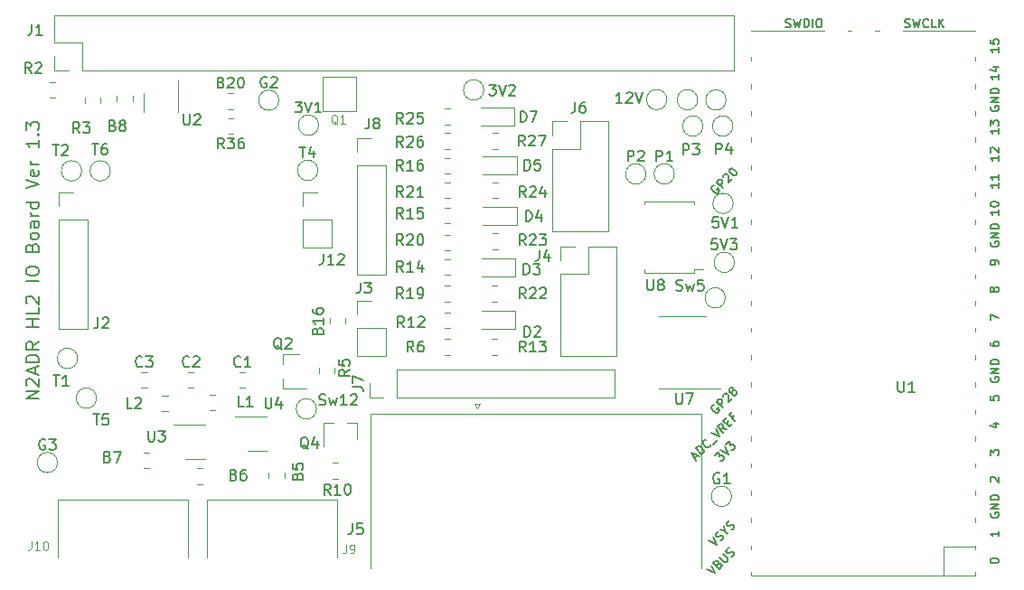
<source format=gto>
%TF.GenerationSoftware,KiCad,Pcbnew,5.1.12-84ad8e8a86~92~ubuntu20.04.1*%
%TF.CreationDate,2022-05-15T08:31:46-04:00*%
%TF.ProjectId,HL2IOBoard,484c3249-4f42-46f6-9172-642e6b696361,D*%
%TF.SameCoordinates,Original*%
%TF.FileFunction,Legend,Top*%
%TF.FilePolarity,Positive*%
%FSLAX46Y46*%
G04 Gerber Fmt 4.6, Leading zero omitted, Abs format (unit mm)*
G04 Created by KiCad (PCBNEW 5.1.12-84ad8e8a86~92~ubuntu20.04.1) date 2022-05-15 08:31:46*
%MOMM*%
%LPD*%
G01*
G04 APERTURE LIST*
%ADD10C,0.150000*%
%ADD11C,0.120000*%
%ADD12C,0.100000*%
G04 APERTURE END LIST*
D10*
X104742857Y-118342857D02*
X103542857Y-118342857D01*
X104742857Y-117657142D01*
X103542857Y-117657142D01*
X103657142Y-117142857D02*
X103600000Y-117085714D01*
X103542857Y-116971428D01*
X103542857Y-116685714D01*
X103600000Y-116571428D01*
X103657142Y-116514285D01*
X103771428Y-116457142D01*
X103885714Y-116457142D01*
X104057142Y-116514285D01*
X104742857Y-117200000D01*
X104742857Y-116457142D01*
X104400000Y-116000000D02*
X104400000Y-115428571D01*
X104742857Y-116114285D02*
X103542857Y-115714285D01*
X104742857Y-115314285D01*
X104742857Y-114914285D02*
X103542857Y-114914285D01*
X103542857Y-114628571D01*
X103600000Y-114457142D01*
X103714285Y-114342857D01*
X103828571Y-114285714D01*
X104057142Y-114228571D01*
X104228571Y-114228571D01*
X104457142Y-114285714D01*
X104571428Y-114342857D01*
X104685714Y-114457142D01*
X104742857Y-114628571D01*
X104742857Y-114914285D01*
X104742857Y-113028571D02*
X104171428Y-113428571D01*
X104742857Y-113714285D02*
X103542857Y-113714285D01*
X103542857Y-113257142D01*
X103600000Y-113142857D01*
X103657142Y-113085714D01*
X103771428Y-113028571D01*
X103942857Y-113028571D01*
X104057142Y-113085714D01*
X104114285Y-113142857D01*
X104171428Y-113257142D01*
X104171428Y-113714285D01*
X104742857Y-111600000D02*
X103542857Y-111600000D01*
X104114285Y-111600000D02*
X104114285Y-110914285D01*
X104742857Y-110914285D02*
X103542857Y-110914285D01*
X104742857Y-109771428D02*
X104742857Y-110342857D01*
X103542857Y-110342857D01*
X103657142Y-109428571D02*
X103600000Y-109371428D01*
X103542857Y-109257142D01*
X103542857Y-108971428D01*
X103600000Y-108857142D01*
X103657142Y-108800000D01*
X103771428Y-108742857D01*
X103885714Y-108742857D01*
X104057142Y-108800000D01*
X104742857Y-109485714D01*
X104742857Y-108742857D01*
X104742857Y-107314285D02*
X103542857Y-107314285D01*
X103542857Y-106514285D02*
X103542857Y-106285714D01*
X103600000Y-106171428D01*
X103714285Y-106057142D01*
X103942857Y-106000000D01*
X104342857Y-106000000D01*
X104571428Y-106057142D01*
X104685714Y-106171428D01*
X104742857Y-106285714D01*
X104742857Y-106514285D01*
X104685714Y-106628571D01*
X104571428Y-106742857D01*
X104342857Y-106800000D01*
X103942857Y-106800000D01*
X103714285Y-106742857D01*
X103600000Y-106628571D01*
X103542857Y-106514285D01*
X104114285Y-104171428D02*
X104171428Y-104000000D01*
X104228571Y-103942857D01*
X104342857Y-103885714D01*
X104514285Y-103885714D01*
X104628571Y-103942857D01*
X104685714Y-104000000D01*
X104742857Y-104114285D01*
X104742857Y-104571428D01*
X103542857Y-104571428D01*
X103542857Y-104171428D01*
X103600000Y-104057142D01*
X103657142Y-104000000D01*
X103771428Y-103942857D01*
X103885714Y-103942857D01*
X104000000Y-104000000D01*
X104057142Y-104057142D01*
X104114285Y-104171428D01*
X104114285Y-104571428D01*
X104742857Y-103200000D02*
X104685714Y-103314285D01*
X104628571Y-103371428D01*
X104514285Y-103428571D01*
X104171428Y-103428571D01*
X104057142Y-103371428D01*
X104000000Y-103314285D01*
X103942857Y-103200000D01*
X103942857Y-103028571D01*
X104000000Y-102914285D01*
X104057142Y-102857142D01*
X104171428Y-102800000D01*
X104514285Y-102800000D01*
X104628571Y-102857142D01*
X104685714Y-102914285D01*
X104742857Y-103028571D01*
X104742857Y-103200000D01*
X104742857Y-101771428D02*
X104114285Y-101771428D01*
X104000000Y-101828571D01*
X103942857Y-101942857D01*
X103942857Y-102171428D01*
X104000000Y-102285714D01*
X104685714Y-101771428D02*
X104742857Y-101885714D01*
X104742857Y-102171428D01*
X104685714Y-102285714D01*
X104571428Y-102342857D01*
X104457142Y-102342857D01*
X104342857Y-102285714D01*
X104285714Y-102171428D01*
X104285714Y-101885714D01*
X104228571Y-101771428D01*
X104742857Y-101200000D02*
X103942857Y-101200000D01*
X104171428Y-101200000D02*
X104057142Y-101142857D01*
X104000000Y-101085714D01*
X103942857Y-100971428D01*
X103942857Y-100857142D01*
X104742857Y-99942857D02*
X103542857Y-99942857D01*
X104685714Y-99942857D02*
X104742857Y-100057142D01*
X104742857Y-100285714D01*
X104685714Y-100400000D01*
X104628571Y-100457142D01*
X104514285Y-100514285D01*
X104171428Y-100514285D01*
X104057142Y-100457142D01*
X104000000Y-100400000D01*
X103942857Y-100285714D01*
X103942857Y-100057142D01*
X104000000Y-99942857D01*
X103542857Y-98628571D02*
X104742857Y-98228571D01*
X103542857Y-97828571D01*
X104685714Y-96971428D02*
X104742857Y-97085714D01*
X104742857Y-97314285D01*
X104685714Y-97428571D01*
X104571428Y-97485714D01*
X104114285Y-97485714D01*
X104000000Y-97428571D01*
X103942857Y-97314285D01*
X103942857Y-97085714D01*
X104000000Y-96971428D01*
X104114285Y-96914285D01*
X104228571Y-96914285D01*
X104342857Y-97485714D01*
X104742857Y-96400000D02*
X103942857Y-96400000D01*
X104171428Y-96400000D02*
X104057142Y-96342857D01*
X104000000Y-96285714D01*
X103942857Y-96171428D01*
X103942857Y-96057142D01*
X104742857Y-94114285D02*
X104742857Y-94800000D01*
X104742857Y-94457142D02*
X103542857Y-94457142D01*
X103714285Y-94571428D01*
X103828571Y-94685714D01*
X103885714Y-94800000D01*
X104628571Y-93600000D02*
X104685714Y-93542857D01*
X104742857Y-93600000D01*
X104685714Y-93657142D01*
X104628571Y-93600000D01*
X104742857Y-93600000D01*
X103542857Y-93142857D02*
X103542857Y-92400000D01*
X104000000Y-92800000D01*
X104000000Y-92628571D01*
X104057142Y-92514285D01*
X104114285Y-92457142D01*
X104228571Y-92400000D01*
X104514285Y-92400000D01*
X104628571Y-92457142D01*
X104685714Y-92514285D01*
X104742857Y-92628571D01*
X104742857Y-92971428D01*
X104685714Y-93085714D01*
X104628571Y-93142857D01*
X159390952Y-90642380D02*
X158819523Y-90642380D01*
X159105238Y-90642380D02*
X159105238Y-89642380D01*
X159010000Y-89785238D01*
X158914761Y-89880476D01*
X158819523Y-89928095D01*
X159771904Y-89737619D02*
X159819523Y-89690000D01*
X159914761Y-89642380D01*
X160152857Y-89642380D01*
X160248095Y-89690000D01*
X160295714Y-89737619D01*
X160343333Y-89832857D01*
X160343333Y-89928095D01*
X160295714Y-90070952D01*
X159724285Y-90642380D01*
X160343333Y-90642380D01*
X160629047Y-89642380D02*
X160962380Y-90642380D01*
X161295714Y-89642380D01*
D11*
%TO.C,U8*%
X167000000Y-106260000D02*
X166110000Y-106260000D01*
X166110000Y-106260000D02*
X166110000Y-106560000D01*
X166110000Y-106560000D02*
X161490000Y-106560000D01*
X161490000Y-106560000D02*
X161490000Y-106260000D01*
X166110000Y-100140000D02*
X166110000Y-99840000D01*
X166110000Y-99840000D02*
X161490000Y-99840000D01*
X161490000Y-99840000D02*
X161490000Y-100140000D01*
%TO.C,B20*%
X122438748Y-91205000D02*
X122961252Y-91205000D01*
X122438748Y-89735000D02*
X122961252Y-89735000D01*
%TO.C,U7*%
X165000000Y-117385000D02*
X168600000Y-117385000D01*
X165000000Y-117385000D02*
X162800000Y-117385000D01*
X165000000Y-110615000D02*
X167200000Y-110615000D01*
X165000000Y-110615000D02*
X162800000Y-110615000D01*
%TO.C,C1*%
X123538748Y-117335000D02*
X124061252Y-117335000D01*
X123538748Y-115865000D02*
X124061252Y-115865000D01*
%TO.C,C2*%
X118738748Y-115865000D02*
X119261252Y-115865000D01*
X118738748Y-117335000D02*
X119261252Y-117335000D01*
%TO.C,C3*%
X114338748Y-117335000D02*
X114861252Y-117335000D01*
X114338748Y-115865000D02*
X114861252Y-115865000D01*
D12*
%TO.C,Q1*%
X131300000Y-91400000D02*
X134500000Y-91400000D01*
X131300000Y-88200000D02*
X131300000Y-91400000D01*
X134500000Y-88200000D02*
X131300000Y-88200000D01*
X134500000Y-91400000D02*
X134500000Y-88200000D01*
D11*
%TO.C,R2*%
X106227064Y-90135000D02*
X105772936Y-90135000D01*
X106227064Y-88665000D02*
X105772936Y-88665000D01*
%TO.C,R3*%
X109065000Y-90627064D02*
X109065000Y-90172936D01*
X110535000Y-90627064D02*
X110535000Y-90172936D01*
%TO.C,U2*%
X117810000Y-91500000D02*
X117810000Y-88550000D01*
X114590000Y-89700000D02*
X114590000Y-91500000D01*
%TO.C,U3*%
X120280000Y-120790000D02*
X117330000Y-120790000D01*
X118480000Y-124010000D02*
X120280000Y-124010000D01*
%TO.C,U4*%
X124300000Y-123210000D02*
X126100000Y-123210000D01*
X126100000Y-119990000D02*
X123150000Y-119990000D01*
D12*
%TO.C,J9*%
X120520000Y-133210000D02*
X120520000Y-127810000D01*
X120520000Y-127810000D02*
X132720000Y-127810000D01*
X132720000Y-127810000D02*
X132720000Y-133210000D01*
%TO.C,J10*%
X106520000Y-133210000D02*
X106520000Y-127810000D01*
X106520000Y-127810000D02*
X118720000Y-127810000D01*
X118720000Y-127810000D02*
X118720000Y-133210000D01*
D11*
%TO.C,J3*%
X134560000Y-109160000D02*
X135890000Y-109160000D01*
X134560000Y-110490000D02*
X134560000Y-109160000D01*
X134560000Y-111760000D02*
X137220000Y-111760000D01*
X137220000Y-111760000D02*
X137220000Y-114360000D01*
X134560000Y-111760000D02*
X134560000Y-114360000D01*
X134560000Y-114360000D02*
X137220000Y-114360000D01*
%TO.C,Q2*%
X127640000Y-114220000D02*
X129100000Y-114220000D01*
X127640000Y-117380000D02*
X129800000Y-117380000D01*
X127640000Y-117380000D02*
X127640000Y-116450000D01*
X127640000Y-114220000D02*
X127640000Y-115150000D01*
%TO.C,R5*%
X130965000Y-115472936D02*
X130965000Y-115927064D01*
X132435000Y-115472936D02*
X132435000Y-115927064D01*
%TO.C,B5*%
X127735000Y-125761252D02*
X127735000Y-125238748D01*
X126265000Y-125761252D02*
X126265000Y-125238748D01*
%TO.C,B6*%
X120061252Y-126335000D02*
X119538748Y-126335000D01*
X120061252Y-124865000D02*
X119538748Y-124865000D01*
%TO.C,B7*%
X115061252Y-123365000D02*
X114538748Y-123365000D01*
X115061252Y-124835000D02*
X114538748Y-124835000D01*
%TO.C,B8*%
X112065000Y-90461252D02*
X112065000Y-89938748D01*
X113535000Y-90461252D02*
X113535000Y-89938748D01*
%TO.C,J5*%
X145800000Y-119278675D02*
X145550000Y-118845662D01*
X146050000Y-118845662D02*
X145800000Y-119278675D01*
X145550000Y-118845662D02*
X146050000Y-118845662D01*
X166825000Y-119740000D02*
X166825000Y-134280000D01*
X135855000Y-119740000D02*
X166825000Y-119740000D01*
X135855000Y-134280000D02*
X135855000Y-119740000D01*
%TO.C,Q4*%
X134580000Y-120640000D02*
X133650000Y-120640000D01*
X131420000Y-120640000D02*
X132350000Y-120640000D01*
X131420000Y-120640000D02*
X131420000Y-122800000D01*
X134580000Y-120640000D02*
X134580000Y-122100000D01*
%TO.C,R6*%
X142772936Y-114235000D02*
X143227064Y-114235000D01*
X142772936Y-112765000D02*
X143227064Y-112765000D01*
%TO.C,R10*%
X132727064Y-125835000D02*
X132272936Y-125835000D01*
X132727064Y-124365000D02*
X132272936Y-124365000D01*
%TO.C,J4*%
X153610000Y-114360000D02*
X158810000Y-114360000D01*
X153610000Y-106680000D02*
X153610000Y-114360000D01*
X158810000Y-104080000D02*
X158810000Y-114360000D01*
X153610000Y-106680000D02*
X156210000Y-106680000D01*
X156210000Y-106680000D02*
X156210000Y-104080000D01*
X156210000Y-104080000D02*
X158810000Y-104080000D01*
X153610000Y-105410000D02*
X153610000Y-104080000D01*
X153610000Y-104080000D02*
X154940000Y-104080000D01*
%TO.C,J6*%
X152870000Y-102650000D02*
X158070000Y-102650000D01*
X152870000Y-94970000D02*
X152870000Y-102650000D01*
X158070000Y-92370000D02*
X158070000Y-102650000D01*
X152870000Y-94970000D02*
X155470000Y-94970000D01*
X155470000Y-94970000D02*
X155470000Y-92370000D01*
X155470000Y-92370000D02*
X158070000Y-92370000D01*
X152870000Y-93700000D02*
X152870000Y-92370000D01*
X152870000Y-92370000D02*
X154200000Y-92370000D01*
%TO.C,R12*%
X143227064Y-111735000D02*
X142772936Y-111735000D01*
X143227064Y-110265000D02*
X142772936Y-110265000D01*
%TO.C,R13*%
X147172936Y-114235000D02*
X147627064Y-114235000D01*
X147172936Y-112765000D02*
X147627064Y-112765000D01*
%TO.C,R14*%
X143227064Y-105265000D02*
X142772936Y-105265000D01*
X143227064Y-106735000D02*
X142772936Y-106735000D01*
%TO.C,R15*%
X143227064Y-101935000D02*
X142772936Y-101935000D01*
X143227064Y-100465000D02*
X142772936Y-100465000D01*
%TO.C,R16*%
X143227064Y-97235000D02*
X142772936Y-97235000D01*
X143227064Y-95765000D02*
X142772936Y-95765000D01*
%TO.C,R19*%
X142772936Y-109235000D02*
X143227064Y-109235000D01*
X142772936Y-107765000D02*
X143227064Y-107765000D01*
%TO.C,R20*%
X142772936Y-102965000D02*
X143227064Y-102965000D01*
X142772936Y-104435000D02*
X143227064Y-104435000D01*
%TO.C,R21*%
X142772936Y-99535000D02*
X143227064Y-99535000D01*
X142772936Y-98065000D02*
X143227064Y-98065000D01*
%TO.C,R22*%
X147172936Y-107765000D02*
X147627064Y-107765000D01*
X147172936Y-109235000D02*
X147627064Y-109235000D01*
%TO.C,R23*%
X147272936Y-104335000D02*
X147727064Y-104335000D01*
X147272936Y-102865000D02*
X147727064Y-102865000D01*
%TO.C,R24*%
X147272936Y-98065000D02*
X147727064Y-98065000D01*
X147272936Y-99535000D02*
X147727064Y-99535000D01*
%TO.C,J8*%
X134560000Y-106740000D02*
X137220000Y-106740000D01*
X134560000Y-96520000D02*
X134560000Y-106740000D01*
X137220000Y-96520000D02*
X137220000Y-106740000D01*
X134560000Y-96520000D02*
X137220000Y-96520000D01*
X134560000Y-95250000D02*
X134560000Y-93920000D01*
X134560000Y-93920000D02*
X135890000Y-93920000D01*
%TO.C,R25*%
X143227064Y-92635000D02*
X142772936Y-92635000D01*
X143227064Y-91165000D02*
X142772936Y-91165000D01*
%TO.C,R26*%
X142772936Y-94935000D02*
X143227064Y-94935000D01*
X142772936Y-93465000D02*
X143227064Y-93465000D01*
%TO.C,R27*%
X147272936Y-93465000D02*
X147727064Y-93465000D01*
X147272936Y-94935000D02*
X147727064Y-94935000D01*
%TO.C,J12*%
X129480000Y-104200000D02*
X132140000Y-104200000D01*
X129480000Y-101600000D02*
X129480000Y-104200000D01*
X132140000Y-101600000D02*
X132140000Y-104200000D01*
X129480000Y-101600000D02*
X132140000Y-101600000D01*
X129480000Y-100330000D02*
X129480000Y-99000000D01*
X129480000Y-99000000D02*
X130810000Y-99000000D01*
%TO.C,U1*%
X180900000Y-83900000D02*
X180500000Y-83900000D01*
X183500000Y-83900000D02*
X183100000Y-83900000D01*
X171500000Y-83900000D02*
X178300000Y-83900000D01*
X171500000Y-94300000D02*
X171500000Y-93900000D01*
X171500000Y-102000000D02*
X171500000Y-101600000D01*
X171500000Y-127400000D02*
X171500000Y-127000000D01*
X171500000Y-134900000D02*
X171500000Y-134600000D01*
X171500000Y-112100000D02*
X171500000Y-111700000D01*
X171500000Y-96900000D02*
X171500000Y-96500000D01*
X171500000Y-117200000D02*
X171500000Y-116800000D01*
X171500000Y-122300000D02*
X171500000Y-121900000D01*
X171500000Y-109600000D02*
X171500000Y-109200000D01*
X171500000Y-104500000D02*
X171500000Y-104100000D01*
X171500000Y-89300000D02*
X171500000Y-88900000D01*
X171500000Y-86700000D02*
X171500000Y-86300000D01*
X171500000Y-91800000D02*
X171500000Y-91400000D01*
X171500000Y-124800000D02*
X171500000Y-124400000D01*
X171500000Y-132500000D02*
X171500000Y-132100000D01*
X171500000Y-129900000D02*
X171500000Y-129500000D01*
X171500000Y-99400000D02*
X171500000Y-99000000D01*
X171500000Y-107100000D02*
X171500000Y-106700000D01*
X171500000Y-114700000D02*
X171500000Y-114300000D01*
X171500000Y-119800000D02*
X171500000Y-119400000D01*
X192500000Y-86700000D02*
X192500000Y-86300000D01*
X192500000Y-89300000D02*
X192500000Y-88900000D01*
X192500000Y-91800000D02*
X192500000Y-91400000D01*
X192500000Y-94300000D02*
X192500000Y-93900000D01*
X192500000Y-96900000D02*
X192500000Y-96500000D01*
X192500000Y-99400000D02*
X192500000Y-99000000D01*
X192500000Y-102000000D02*
X192500000Y-101600000D01*
X192500000Y-104500000D02*
X192500000Y-104100000D01*
X192500000Y-107100000D02*
X192500000Y-106700000D01*
X192500000Y-109600000D02*
X192500000Y-109200000D01*
X192500000Y-112100000D02*
X192500000Y-111700000D01*
X192500000Y-114700000D02*
X192500000Y-114300000D01*
X192500000Y-117200000D02*
X192500000Y-116800000D01*
X192500000Y-119800000D02*
X192500000Y-119400000D01*
X192500000Y-122300000D02*
X192500000Y-121900000D01*
X192500000Y-124800000D02*
X192500000Y-124400000D01*
X192500000Y-127400000D02*
X192500000Y-127000000D01*
X192500000Y-129900000D02*
X192500000Y-129500000D01*
X192500000Y-132500000D02*
X192500000Y-132100000D01*
X192500000Y-134900000D02*
X192500000Y-134600000D01*
X189493000Y-132233000D02*
X189493000Y-134900000D01*
X192500000Y-132233000D02*
X189493000Y-132233000D01*
X185700000Y-83900000D02*
X192500000Y-83900000D01*
X192500000Y-134900000D02*
X171500000Y-134900000D01*
%TO.C,J1*%
X169830000Y-87590000D02*
X169830000Y-82390000D01*
X108810000Y-87590000D02*
X169830000Y-87590000D01*
X106210000Y-82390000D02*
X169830000Y-82390000D01*
X108810000Y-87590000D02*
X108810000Y-84990000D01*
X108810000Y-84990000D02*
X106210000Y-84990000D01*
X106210000Y-84990000D02*
X106210000Y-82390000D01*
X107540000Y-87590000D02*
X106210000Y-87590000D01*
X106210000Y-87590000D02*
X106210000Y-86260000D01*
%TO.C,L1*%
X121261252Y-119440000D02*
X120738748Y-119440000D01*
X121261252Y-118020000D02*
X120738748Y-118020000D01*
%TO.C,L2*%
X116288748Y-119480000D02*
X116811252Y-119480000D01*
X116288748Y-118060000D02*
X116811252Y-118060000D01*
%TO.C,B16*%
X133485000Y-111311252D02*
X133485000Y-110788748D01*
X132015000Y-111311252D02*
X132015000Y-110788748D01*
%TO.C,D2*%
X149400000Y-111850000D02*
X149400000Y-110150000D01*
X149400000Y-110150000D02*
X146250000Y-110150000D01*
X149400000Y-111850000D02*
X146250000Y-111850000D01*
%TO.C,D3*%
X149400000Y-106900000D02*
X146250000Y-106900000D01*
X149400000Y-105200000D02*
X146250000Y-105200000D01*
X149400000Y-106900000D02*
X149400000Y-105200000D01*
%TO.C,D4*%
X149500000Y-102050000D02*
X149500000Y-100350000D01*
X149500000Y-100350000D02*
X146350000Y-100350000D01*
X149500000Y-102050000D02*
X146350000Y-102050000D01*
%TO.C,D5*%
X149500000Y-97350000D02*
X146350000Y-97350000D01*
X149500000Y-95650000D02*
X146350000Y-95650000D01*
X149500000Y-97350000D02*
X149500000Y-95650000D01*
%TO.C,D7*%
X149300000Y-92750000D02*
X146150000Y-92750000D01*
X149300000Y-91050000D02*
X146150000Y-91050000D01*
X149300000Y-92750000D02*
X149300000Y-91050000D01*
%TO.C,J2*%
X106620000Y-99000000D02*
X107950000Y-99000000D01*
X106620000Y-100330000D02*
X106620000Y-99000000D01*
X106620000Y-101600000D02*
X109280000Y-101600000D01*
X109280000Y-101600000D02*
X109280000Y-111820000D01*
X106620000Y-101600000D02*
X106620000Y-111820000D01*
X106620000Y-111820000D02*
X109280000Y-111820000D01*
%TO.C,R36*%
X122957064Y-92065000D02*
X122502936Y-92065000D01*
X122957064Y-93535000D02*
X122502936Y-93535000D01*
%TO.C,G1*%
X169640000Y-127500000D02*
G75*
G03*
X169640000Y-127500000I-950000J0D01*
G01*
%TO.C,G2*%
X127230000Y-90380000D02*
G75*
G03*
X127230000Y-90380000I-950000J0D01*
G01*
%TO.C,G3*%
X106490000Y-124330000D02*
G75*
G03*
X106490000Y-124330000I-950000J0D01*
G01*
%TO.C,J7*%
X158670000Y-118260000D02*
X158670000Y-115600000D01*
X138290000Y-118260000D02*
X158670000Y-118260000D01*
X138290000Y-115600000D02*
X158670000Y-115600000D01*
X138290000Y-118260000D02*
X138290000Y-115600000D01*
X137020000Y-118260000D02*
X135690000Y-118260000D01*
X135690000Y-118260000D02*
X135690000Y-116930000D01*
%TO.C,Sw5*%
X169050000Y-108900000D02*
G75*
G03*
X169050000Y-108900000I-950000J0D01*
G01*
%TO.C,Sw12*%
X130750000Y-119300000D02*
G75*
G03*
X130750000Y-119300000I-950000J0D01*
G01*
%TO.C,T1*%
X108370000Y-114570000D02*
G75*
G03*
X108370000Y-114570000I-950000J0D01*
G01*
%TO.C,T2*%
X108750000Y-97000000D02*
G75*
G03*
X108750000Y-97000000I-950000J0D01*
G01*
%TO.C,T4*%
X130880000Y-96950000D02*
G75*
G03*
X130880000Y-96950000I-950000J0D01*
G01*
%TO.C,T5*%
X110140000Y-118300000D02*
G75*
G03*
X110140000Y-118300000I-950000J0D01*
G01*
%TO.C,T6*%
X111440000Y-97000000D02*
G75*
G03*
X111440000Y-97000000I-950000J0D01*
G01*
%TO.C,12V1*%
X169120000Y-90360000D02*
G75*
G03*
X169120000Y-90360000I-950000J0D01*
G01*
%TO.C,12V2*%
X166450000Y-90340000D02*
G75*
G03*
X166450000Y-90340000I-950000J0D01*
G01*
%TO.C,12V3*%
X163570000Y-90320000D02*
G75*
G03*
X163570000Y-90320000I-950000J0D01*
G01*
%TO.C,3V1*%
X130950000Y-92720000D02*
G75*
G03*
X130950000Y-92720000I-950000J0D01*
G01*
%TO.C,3V2*%
X146420000Y-89420000D02*
G75*
G03*
X146420000Y-89420000I-950000J0D01*
G01*
%TO.C,5V1*%
X169780000Y-100050000D02*
G75*
G03*
X169780000Y-100050000I-950000J0D01*
G01*
%TO.C,5V3*%
X169900000Y-105570000D02*
G75*
G03*
X169900000Y-105570000I-950000J0D01*
G01*
%TO.C,P1*%
X164280000Y-97290000D02*
G75*
G03*
X164280000Y-97290000I-950000J0D01*
G01*
%TO.C,P2*%
X161610000Y-97290000D02*
G75*
G03*
X161610000Y-97290000I-950000J0D01*
G01*
%TO.C,P3*%
X166950000Y-92800000D02*
G75*
G03*
X166950000Y-92800000I-950000J0D01*
G01*
%TO.C,P4*%
X169750000Y-92800000D02*
G75*
G03*
X169750000Y-92800000I-950000J0D01*
G01*
%TO.C,U8*%
D10*
X161728095Y-107192380D02*
X161728095Y-108001904D01*
X161775714Y-108097142D01*
X161823333Y-108144761D01*
X161918571Y-108192380D01*
X162109047Y-108192380D01*
X162204285Y-108144761D01*
X162251904Y-108097142D01*
X162299523Y-108001904D01*
X162299523Y-107192380D01*
X162918571Y-107620952D02*
X162823333Y-107573333D01*
X162775714Y-107525714D01*
X162728095Y-107430476D01*
X162728095Y-107382857D01*
X162775714Y-107287619D01*
X162823333Y-107240000D01*
X162918571Y-107192380D01*
X163109047Y-107192380D01*
X163204285Y-107240000D01*
X163251904Y-107287619D01*
X163299523Y-107382857D01*
X163299523Y-107430476D01*
X163251904Y-107525714D01*
X163204285Y-107573333D01*
X163109047Y-107620952D01*
X162918571Y-107620952D01*
X162823333Y-107668571D01*
X162775714Y-107716190D01*
X162728095Y-107811428D01*
X162728095Y-108001904D01*
X162775714Y-108097142D01*
X162823333Y-108144761D01*
X162918571Y-108192380D01*
X163109047Y-108192380D01*
X163204285Y-108144761D01*
X163251904Y-108097142D01*
X163299523Y-108001904D01*
X163299523Y-107811428D01*
X163251904Y-107716190D01*
X163204285Y-107668571D01*
X163109047Y-107620952D01*
%TO.C,B20*%
X121819047Y-88718571D02*
X121961904Y-88766190D01*
X122009523Y-88813809D01*
X122057142Y-88909047D01*
X122057142Y-89051904D01*
X122009523Y-89147142D01*
X121961904Y-89194761D01*
X121866666Y-89242380D01*
X121485714Y-89242380D01*
X121485714Y-88242380D01*
X121819047Y-88242380D01*
X121914285Y-88290000D01*
X121961904Y-88337619D01*
X122009523Y-88432857D01*
X122009523Y-88528095D01*
X121961904Y-88623333D01*
X121914285Y-88670952D01*
X121819047Y-88718571D01*
X121485714Y-88718571D01*
X122438095Y-88337619D02*
X122485714Y-88290000D01*
X122580952Y-88242380D01*
X122819047Y-88242380D01*
X122914285Y-88290000D01*
X122961904Y-88337619D01*
X123009523Y-88432857D01*
X123009523Y-88528095D01*
X122961904Y-88670952D01*
X122390476Y-89242380D01*
X123009523Y-89242380D01*
X123628571Y-88242380D02*
X123723809Y-88242380D01*
X123819047Y-88290000D01*
X123866666Y-88337619D01*
X123914285Y-88432857D01*
X123961904Y-88623333D01*
X123961904Y-88861428D01*
X123914285Y-89051904D01*
X123866666Y-89147142D01*
X123819047Y-89194761D01*
X123723809Y-89242380D01*
X123628571Y-89242380D01*
X123533333Y-89194761D01*
X123485714Y-89147142D01*
X123438095Y-89051904D01*
X123390476Y-88861428D01*
X123390476Y-88623333D01*
X123438095Y-88432857D01*
X123485714Y-88337619D01*
X123533333Y-88290000D01*
X123628571Y-88242380D01*
%TO.C,U7*%
X164438095Y-117852380D02*
X164438095Y-118661904D01*
X164485714Y-118757142D01*
X164533333Y-118804761D01*
X164628571Y-118852380D01*
X164819047Y-118852380D01*
X164914285Y-118804761D01*
X164961904Y-118757142D01*
X165009523Y-118661904D01*
X165009523Y-117852380D01*
X165390476Y-117852380D02*
X166057142Y-117852380D01*
X165628571Y-118852380D01*
%TO.C,C1*%
X123633333Y-115277142D02*
X123585714Y-115324761D01*
X123442857Y-115372380D01*
X123347619Y-115372380D01*
X123204761Y-115324761D01*
X123109523Y-115229523D01*
X123061904Y-115134285D01*
X123014285Y-114943809D01*
X123014285Y-114800952D01*
X123061904Y-114610476D01*
X123109523Y-114515238D01*
X123204761Y-114420000D01*
X123347619Y-114372380D01*
X123442857Y-114372380D01*
X123585714Y-114420000D01*
X123633333Y-114467619D01*
X124585714Y-115372380D02*
X124014285Y-115372380D01*
X124300000Y-115372380D02*
X124300000Y-114372380D01*
X124204761Y-114515238D01*
X124109523Y-114610476D01*
X124014285Y-114658095D01*
%TO.C,C2*%
X118833333Y-115277142D02*
X118785714Y-115324761D01*
X118642857Y-115372380D01*
X118547619Y-115372380D01*
X118404761Y-115324761D01*
X118309523Y-115229523D01*
X118261904Y-115134285D01*
X118214285Y-114943809D01*
X118214285Y-114800952D01*
X118261904Y-114610476D01*
X118309523Y-114515238D01*
X118404761Y-114420000D01*
X118547619Y-114372380D01*
X118642857Y-114372380D01*
X118785714Y-114420000D01*
X118833333Y-114467619D01*
X119214285Y-114467619D02*
X119261904Y-114420000D01*
X119357142Y-114372380D01*
X119595238Y-114372380D01*
X119690476Y-114420000D01*
X119738095Y-114467619D01*
X119785714Y-114562857D01*
X119785714Y-114658095D01*
X119738095Y-114800952D01*
X119166666Y-115372380D01*
X119785714Y-115372380D01*
%TO.C,C3*%
X114433333Y-115277142D02*
X114385714Y-115324761D01*
X114242857Y-115372380D01*
X114147619Y-115372380D01*
X114004761Y-115324761D01*
X113909523Y-115229523D01*
X113861904Y-115134285D01*
X113814285Y-114943809D01*
X113814285Y-114800952D01*
X113861904Y-114610476D01*
X113909523Y-114515238D01*
X114004761Y-114420000D01*
X114147619Y-114372380D01*
X114242857Y-114372380D01*
X114385714Y-114420000D01*
X114433333Y-114467619D01*
X114766666Y-114372380D02*
X115385714Y-114372380D01*
X115052380Y-114753333D01*
X115195238Y-114753333D01*
X115290476Y-114800952D01*
X115338095Y-114848571D01*
X115385714Y-114943809D01*
X115385714Y-115181904D01*
X115338095Y-115277142D01*
X115290476Y-115324761D01*
X115195238Y-115372380D01*
X114909523Y-115372380D01*
X114814285Y-115324761D01*
X114766666Y-115277142D01*
%TO.C,Q1*%
D12*
X132723809Y-92638095D02*
X132647619Y-92600000D01*
X132571428Y-92523809D01*
X132457142Y-92409523D01*
X132380952Y-92371428D01*
X132304761Y-92371428D01*
X132342857Y-92561904D02*
X132266666Y-92523809D01*
X132190476Y-92447619D01*
X132152380Y-92295238D01*
X132152380Y-92028571D01*
X132190476Y-91876190D01*
X132266666Y-91800000D01*
X132342857Y-91761904D01*
X132495238Y-91761904D01*
X132571428Y-91800000D01*
X132647619Y-91876190D01*
X132685714Y-92028571D01*
X132685714Y-92295238D01*
X132647619Y-92447619D01*
X132571428Y-92523809D01*
X132495238Y-92561904D01*
X132342857Y-92561904D01*
X133447619Y-92561904D02*
X132990476Y-92561904D01*
X133219047Y-92561904D02*
X133219047Y-91761904D01*
X133142857Y-91876190D01*
X133066666Y-91952380D01*
X132990476Y-91990476D01*
%TO.C,R2*%
D10*
X104033333Y-87852380D02*
X103700000Y-87376190D01*
X103461904Y-87852380D02*
X103461904Y-86852380D01*
X103842857Y-86852380D01*
X103938095Y-86900000D01*
X103985714Y-86947619D01*
X104033333Y-87042857D01*
X104033333Y-87185714D01*
X103985714Y-87280952D01*
X103938095Y-87328571D01*
X103842857Y-87376190D01*
X103461904Y-87376190D01*
X104414285Y-86947619D02*
X104461904Y-86900000D01*
X104557142Y-86852380D01*
X104795238Y-86852380D01*
X104890476Y-86900000D01*
X104938095Y-86947619D01*
X104985714Y-87042857D01*
X104985714Y-87138095D01*
X104938095Y-87280952D01*
X104366666Y-87852380D01*
X104985714Y-87852380D01*
%TO.C,R3*%
X108553333Y-93452380D02*
X108220000Y-92976190D01*
X107981904Y-93452380D02*
X107981904Y-92452380D01*
X108362857Y-92452380D01*
X108458095Y-92500000D01*
X108505714Y-92547619D01*
X108553333Y-92642857D01*
X108553333Y-92785714D01*
X108505714Y-92880952D01*
X108458095Y-92928571D01*
X108362857Y-92976190D01*
X107981904Y-92976190D01*
X108886666Y-92452380D02*
X109505714Y-92452380D01*
X109172380Y-92833333D01*
X109315238Y-92833333D01*
X109410476Y-92880952D01*
X109458095Y-92928571D01*
X109505714Y-93023809D01*
X109505714Y-93261904D01*
X109458095Y-93357142D01*
X109410476Y-93404761D01*
X109315238Y-93452380D01*
X109029523Y-93452380D01*
X108934285Y-93404761D01*
X108886666Y-93357142D01*
%TO.C,U2*%
X118308095Y-91692380D02*
X118308095Y-92501904D01*
X118355714Y-92597142D01*
X118403333Y-92644761D01*
X118498571Y-92692380D01*
X118689047Y-92692380D01*
X118784285Y-92644761D01*
X118831904Y-92597142D01*
X118879523Y-92501904D01*
X118879523Y-91692380D01*
X119308095Y-91787619D02*
X119355714Y-91740000D01*
X119450952Y-91692380D01*
X119689047Y-91692380D01*
X119784285Y-91740000D01*
X119831904Y-91787619D01*
X119879523Y-91882857D01*
X119879523Y-91978095D01*
X119831904Y-92120952D01*
X119260476Y-92692380D01*
X119879523Y-92692380D01*
%TO.C,U3*%
X114988095Y-121352380D02*
X114988095Y-122161904D01*
X115035714Y-122257142D01*
X115083333Y-122304761D01*
X115178571Y-122352380D01*
X115369047Y-122352380D01*
X115464285Y-122304761D01*
X115511904Y-122257142D01*
X115559523Y-122161904D01*
X115559523Y-121352380D01*
X115940476Y-121352380D02*
X116559523Y-121352380D01*
X116226190Y-121733333D01*
X116369047Y-121733333D01*
X116464285Y-121780952D01*
X116511904Y-121828571D01*
X116559523Y-121923809D01*
X116559523Y-122161904D01*
X116511904Y-122257142D01*
X116464285Y-122304761D01*
X116369047Y-122352380D01*
X116083333Y-122352380D01*
X115988095Y-122304761D01*
X115940476Y-122257142D01*
%TO.C,U4*%
X125968095Y-118242380D02*
X125968095Y-119051904D01*
X126015714Y-119147142D01*
X126063333Y-119194761D01*
X126158571Y-119242380D01*
X126349047Y-119242380D01*
X126444285Y-119194761D01*
X126491904Y-119147142D01*
X126539523Y-119051904D01*
X126539523Y-118242380D01*
X127444285Y-118575714D02*
X127444285Y-119242380D01*
X127206190Y-118194761D02*
X126968095Y-118909047D01*
X127587142Y-118909047D01*
%TO.C,J9*%
D12*
X133533333Y-132011904D02*
X133533333Y-132583333D01*
X133495238Y-132697619D01*
X133419047Y-132773809D01*
X133304761Y-132811904D01*
X133228571Y-132811904D01*
X133952380Y-132811904D02*
X134104761Y-132811904D01*
X134180952Y-132773809D01*
X134219047Y-132735714D01*
X134295238Y-132621428D01*
X134333333Y-132469047D01*
X134333333Y-132164285D01*
X134295238Y-132088095D01*
X134257142Y-132050000D01*
X134180952Y-132011904D01*
X134028571Y-132011904D01*
X133952380Y-132050000D01*
X133914285Y-132088095D01*
X133876190Y-132164285D01*
X133876190Y-132354761D01*
X133914285Y-132430952D01*
X133952380Y-132469047D01*
X134028571Y-132507142D01*
X134180952Y-132507142D01*
X134257142Y-132469047D01*
X134295238Y-132430952D01*
X134333333Y-132354761D01*
%TO.C,J10*%
X104027380Y-131736904D02*
X104027380Y-132308333D01*
X103989285Y-132422619D01*
X103913095Y-132498809D01*
X103798809Y-132536904D01*
X103722619Y-132536904D01*
X104827380Y-132536904D02*
X104370238Y-132536904D01*
X104598809Y-132536904D02*
X104598809Y-131736904D01*
X104522619Y-131851190D01*
X104446428Y-131927380D01*
X104370238Y-131965476D01*
X105322619Y-131736904D02*
X105398809Y-131736904D01*
X105475000Y-131775000D01*
X105513095Y-131813095D01*
X105551190Y-131889285D01*
X105589285Y-132041666D01*
X105589285Y-132232142D01*
X105551190Y-132384523D01*
X105513095Y-132460714D01*
X105475000Y-132498809D01*
X105398809Y-132536904D01*
X105322619Y-132536904D01*
X105246428Y-132498809D01*
X105208333Y-132460714D01*
X105170238Y-132384523D01*
X105132142Y-132232142D01*
X105132142Y-132041666D01*
X105170238Y-131889285D01*
X105208333Y-131813095D01*
X105246428Y-131775000D01*
X105322619Y-131736904D01*
%TO.C,J3*%
D10*
X134866666Y-107452380D02*
X134866666Y-108166666D01*
X134819047Y-108309523D01*
X134723809Y-108404761D01*
X134580952Y-108452380D01*
X134485714Y-108452380D01*
X135247619Y-107452380D02*
X135866666Y-107452380D01*
X135533333Y-107833333D01*
X135676190Y-107833333D01*
X135771428Y-107880952D01*
X135819047Y-107928571D01*
X135866666Y-108023809D01*
X135866666Y-108261904D01*
X135819047Y-108357142D01*
X135771428Y-108404761D01*
X135676190Y-108452380D01*
X135390476Y-108452380D01*
X135295238Y-108404761D01*
X135247619Y-108357142D01*
%TO.C,Q2*%
X127504761Y-113747619D02*
X127409523Y-113700000D01*
X127314285Y-113604761D01*
X127171428Y-113461904D01*
X127076190Y-113414285D01*
X126980952Y-113414285D01*
X127028571Y-113652380D02*
X126933333Y-113604761D01*
X126838095Y-113509523D01*
X126790476Y-113319047D01*
X126790476Y-112985714D01*
X126838095Y-112795238D01*
X126933333Y-112700000D01*
X127028571Y-112652380D01*
X127219047Y-112652380D01*
X127314285Y-112700000D01*
X127409523Y-112795238D01*
X127457142Y-112985714D01*
X127457142Y-113319047D01*
X127409523Y-113509523D01*
X127314285Y-113604761D01*
X127219047Y-113652380D01*
X127028571Y-113652380D01*
X127838095Y-112747619D02*
X127885714Y-112700000D01*
X127980952Y-112652380D01*
X128219047Y-112652380D01*
X128314285Y-112700000D01*
X128361904Y-112747619D01*
X128409523Y-112842857D01*
X128409523Y-112938095D01*
X128361904Y-113080952D01*
X127790476Y-113652380D01*
X128409523Y-113652380D01*
%TO.C,R5*%
X133842380Y-115626666D02*
X133366190Y-115960000D01*
X133842380Y-116198095D02*
X132842380Y-116198095D01*
X132842380Y-115817142D01*
X132890000Y-115721904D01*
X132937619Y-115674285D01*
X133032857Y-115626666D01*
X133175714Y-115626666D01*
X133270952Y-115674285D01*
X133318571Y-115721904D01*
X133366190Y-115817142D01*
X133366190Y-116198095D01*
X132842380Y-114721904D02*
X132842380Y-115198095D01*
X133318571Y-115245714D01*
X133270952Y-115198095D01*
X133223333Y-115102857D01*
X133223333Y-114864761D01*
X133270952Y-114769523D01*
X133318571Y-114721904D01*
X133413809Y-114674285D01*
X133651904Y-114674285D01*
X133747142Y-114721904D01*
X133794761Y-114769523D01*
X133842380Y-114864761D01*
X133842380Y-115102857D01*
X133794761Y-115198095D01*
X133747142Y-115245714D01*
%TO.C,B5*%
X128978571Y-125604761D02*
X129026190Y-125461904D01*
X129073809Y-125414285D01*
X129169047Y-125366666D01*
X129311904Y-125366666D01*
X129407142Y-125414285D01*
X129454761Y-125461904D01*
X129502380Y-125557142D01*
X129502380Y-125938095D01*
X128502380Y-125938095D01*
X128502380Y-125604761D01*
X128550000Y-125509523D01*
X128597619Y-125461904D01*
X128692857Y-125414285D01*
X128788095Y-125414285D01*
X128883333Y-125461904D01*
X128930952Y-125509523D01*
X128978571Y-125604761D01*
X128978571Y-125938095D01*
X128502380Y-124461904D02*
X128502380Y-124938095D01*
X128978571Y-124985714D01*
X128930952Y-124938095D01*
X128883333Y-124842857D01*
X128883333Y-124604761D01*
X128930952Y-124509523D01*
X128978571Y-124461904D01*
X129073809Y-124414285D01*
X129311904Y-124414285D01*
X129407142Y-124461904D01*
X129454761Y-124509523D01*
X129502380Y-124604761D01*
X129502380Y-124842857D01*
X129454761Y-124938095D01*
X129407142Y-124985714D01*
%TO.C,B6*%
X122995238Y-125478571D02*
X123138095Y-125526190D01*
X123185714Y-125573809D01*
X123233333Y-125669047D01*
X123233333Y-125811904D01*
X123185714Y-125907142D01*
X123138095Y-125954761D01*
X123042857Y-126002380D01*
X122661904Y-126002380D01*
X122661904Y-125002380D01*
X122995238Y-125002380D01*
X123090476Y-125050000D01*
X123138095Y-125097619D01*
X123185714Y-125192857D01*
X123185714Y-125288095D01*
X123138095Y-125383333D01*
X123090476Y-125430952D01*
X122995238Y-125478571D01*
X122661904Y-125478571D01*
X124090476Y-125002380D02*
X123900000Y-125002380D01*
X123804761Y-125050000D01*
X123757142Y-125097619D01*
X123661904Y-125240476D01*
X123614285Y-125430952D01*
X123614285Y-125811904D01*
X123661904Y-125907142D01*
X123709523Y-125954761D01*
X123804761Y-126002380D01*
X123995238Y-126002380D01*
X124090476Y-125954761D01*
X124138095Y-125907142D01*
X124185714Y-125811904D01*
X124185714Y-125573809D01*
X124138095Y-125478571D01*
X124090476Y-125430952D01*
X123995238Y-125383333D01*
X123804761Y-125383333D01*
X123709523Y-125430952D01*
X123661904Y-125478571D01*
X123614285Y-125573809D01*
%TO.C,B7*%
X111195238Y-123778571D02*
X111338095Y-123826190D01*
X111385714Y-123873809D01*
X111433333Y-123969047D01*
X111433333Y-124111904D01*
X111385714Y-124207142D01*
X111338095Y-124254761D01*
X111242857Y-124302380D01*
X110861904Y-124302380D01*
X110861904Y-123302380D01*
X111195238Y-123302380D01*
X111290476Y-123350000D01*
X111338095Y-123397619D01*
X111385714Y-123492857D01*
X111385714Y-123588095D01*
X111338095Y-123683333D01*
X111290476Y-123730952D01*
X111195238Y-123778571D01*
X110861904Y-123778571D01*
X111766666Y-123302380D02*
X112433333Y-123302380D01*
X112004761Y-124302380D01*
%TO.C,B8*%
X111665238Y-92758571D02*
X111808095Y-92806190D01*
X111855714Y-92853809D01*
X111903333Y-92949047D01*
X111903333Y-93091904D01*
X111855714Y-93187142D01*
X111808095Y-93234761D01*
X111712857Y-93282380D01*
X111331904Y-93282380D01*
X111331904Y-92282380D01*
X111665238Y-92282380D01*
X111760476Y-92330000D01*
X111808095Y-92377619D01*
X111855714Y-92472857D01*
X111855714Y-92568095D01*
X111808095Y-92663333D01*
X111760476Y-92710952D01*
X111665238Y-92758571D01*
X111331904Y-92758571D01*
X112474761Y-92710952D02*
X112379523Y-92663333D01*
X112331904Y-92615714D01*
X112284285Y-92520476D01*
X112284285Y-92472857D01*
X112331904Y-92377619D01*
X112379523Y-92330000D01*
X112474761Y-92282380D01*
X112665238Y-92282380D01*
X112760476Y-92330000D01*
X112808095Y-92377619D01*
X112855714Y-92472857D01*
X112855714Y-92520476D01*
X112808095Y-92615714D01*
X112760476Y-92663333D01*
X112665238Y-92710952D01*
X112474761Y-92710952D01*
X112379523Y-92758571D01*
X112331904Y-92806190D01*
X112284285Y-92901428D01*
X112284285Y-93091904D01*
X112331904Y-93187142D01*
X112379523Y-93234761D01*
X112474761Y-93282380D01*
X112665238Y-93282380D01*
X112760476Y-93234761D01*
X112808095Y-93187142D01*
X112855714Y-93091904D01*
X112855714Y-92901428D01*
X112808095Y-92806190D01*
X112760476Y-92758571D01*
X112665238Y-92710952D01*
%TO.C,J5*%
X134106666Y-130042380D02*
X134106666Y-130756666D01*
X134059047Y-130899523D01*
X133963809Y-130994761D01*
X133820952Y-131042380D01*
X133725714Y-131042380D01*
X135059047Y-130042380D02*
X134582857Y-130042380D01*
X134535238Y-130518571D01*
X134582857Y-130470952D01*
X134678095Y-130423333D01*
X134916190Y-130423333D01*
X135011428Y-130470952D01*
X135059047Y-130518571D01*
X135106666Y-130613809D01*
X135106666Y-130851904D01*
X135059047Y-130947142D01*
X135011428Y-130994761D01*
X134916190Y-131042380D01*
X134678095Y-131042380D01*
X134582857Y-130994761D01*
X134535238Y-130947142D01*
%TO.C,Q4*%
X130004761Y-123047619D02*
X129909523Y-123000000D01*
X129814285Y-122904761D01*
X129671428Y-122761904D01*
X129576190Y-122714285D01*
X129480952Y-122714285D01*
X129528571Y-122952380D02*
X129433333Y-122904761D01*
X129338095Y-122809523D01*
X129290476Y-122619047D01*
X129290476Y-122285714D01*
X129338095Y-122095238D01*
X129433333Y-122000000D01*
X129528571Y-121952380D01*
X129719047Y-121952380D01*
X129814285Y-122000000D01*
X129909523Y-122095238D01*
X129957142Y-122285714D01*
X129957142Y-122619047D01*
X129909523Y-122809523D01*
X129814285Y-122904761D01*
X129719047Y-122952380D01*
X129528571Y-122952380D01*
X130814285Y-122285714D02*
X130814285Y-122952380D01*
X130576190Y-121904761D02*
X130338095Y-122619047D01*
X130957142Y-122619047D01*
%TO.C,R6*%
X139833333Y-113952380D02*
X139500000Y-113476190D01*
X139261904Y-113952380D02*
X139261904Y-112952380D01*
X139642857Y-112952380D01*
X139738095Y-113000000D01*
X139785714Y-113047619D01*
X139833333Y-113142857D01*
X139833333Y-113285714D01*
X139785714Y-113380952D01*
X139738095Y-113428571D01*
X139642857Y-113476190D01*
X139261904Y-113476190D01*
X140690476Y-112952380D02*
X140500000Y-112952380D01*
X140404761Y-113000000D01*
X140357142Y-113047619D01*
X140261904Y-113190476D01*
X140214285Y-113380952D01*
X140214285Y-113761904D01*
X140261904Y-113857142D01*
X140309523Y-113904761D01*
X140404761Y-113952380D01*
X140595238Y-113952380D01*
X140690476Y-113904761D01*
X140738095Y-113857142D01*
X140785714Y-113761904D01*
X140785714Y-113523809D01*
X140738095Y-113428571D01*
X140690476Y-113380952D01*
X140595238Y-113333333D01*
X140404761Y-113333333D01*
X140309523Y-113380952D01*
X140261904Y-113428571D01*
X140214285Y-113523809D01*
%TO.C,R10*%
X132057142Y-127352380D02*
X131723809Y-126876190D01*
X131485714Y-127352380D02*
X131485714Y-126352380D01*
X131866666Y-126352380D01*
X131961904Y-126400000D01*
X132009523Y-126447619D01*
X132057142Y-126542857D01*
X132057142Y-126685714D01*
X132009523Y-126780952D01*
X131961904Y-126828571D01*
X131866666Y-126876190D01*
X131485714Y-126876190D01*
X133009523Y-127352380D02*
X132438095Y-127352380D01*
X132723809Y-127352380D02*
X132723809Y-126352380D01*
X132628571Y-126495238D01*
X132533333Y-126590476D01*
X132438095Y-126638095D01*
X133628571Y-126352380D02*
X133723809Y-126352380D01*
X133819047Y-126400000D01*
X133866666Y-126447619D01*
X133914285Y-126542857D01*
X133961904Y-126733333D01*
X133961904Y-126971428D01*
X133914285Y-127161904D01*
X133866666Y-127257142D01*
X133819047Y-127304761D01*
X133723809Y-127352380D01*
X133628571Y-127352380D01*
X133533333Y-127304761D01*
X133485714Y-127257142D01*
X133438095Y-127161904D01*
X133390476Y-126971428D01*
X133390476Y-126733333D01*
X133438095Y-126542857D01*
X133485714Y-126447619D01*
X133533333Y-126400000D01*
X133628571Y-126352380D01*
%TO.C,J4*%
X151626666Y-104422380D02*
X151626666Y-105136666D01*
X151579047Y-105279523D01*
X151483809Y-105374761D01*
X151340952Y-105422380D01*
X151245714Y-105422380D01*
X152531428Y-104755714D02*
X152531428Y-105422380D01*
X152293333Y-104374761D02*
X152055238Y-105089047D01*
X152674285Y-105089047D01*
%TO.C,J6*%
X154966666Y-90552380D02*
X154966666Y-91266666D01*
X154919047Y-91409523D01*
X154823809Y-91504761D01*
X154680952Y-91552380D01*
X154585714Y-91552380D01*
X155871428Y-90552380D02*
X155680952Y-90552380D01*
X155585714Y-90600000D01*
X155538095Y-90647619D01*
X155442857Y-90790476D01*
X155395238Y-90980952D01*
X155395238Y-91361904D01*
X155442857Y-91457142D01*
X155490476Y-91504761D01*
X155585714Y-91552380D01*
X155776190Y-91552380D01*
X155871428Y-91504761D01*
X155919047Y-91457142D01*
X155966666Y-91361904D01*
X155966666Y-91123809D01*
X155919047Y-91028571D01*
X155871428Y-90980952D01*
X155776190Y-90933333D01*
X155585714Y-90933333D01*
X155490476Y-90980952D01*
X155442857Y-91028571D01*
X155395238Y-91123809D01*
%TO.C,R12*%
X138957142Y-111652380D02*
X138623809Y-111176190D01*
X138385714Y-111652380D02*
X138385714Y-110652380D01*
X138766666Y-110652380D01*
X138861904Y-110700000D01*
X138909523Y-110747619D01*
X138957142Y-110842857D01*
X138957142Y-110985714D01*
X138909523Y-111080952D01*
X138861904Y-111128571D01*
X138766666Y-111176190D01*
X138385714Y-111176190D01*
X139909523Y-111652380D02*
X139338095Y-111652380D01*
X139623809Y-111652380D02*
X139623809Y-110652380D01*
X139528571Y-110795238D01*
X139433333Y-110890476D01*
X139338095Y-110938095D01*
X140290476Y-110747619D02*
X140338095Y-110700000D01*
X140433333Y-110652380D01*
X140671428Y-110652380D01*
X140766666Y-110700000D01*
X140814285Y-110747619D01*
X140861904Y-110842857D01*
X140861904Y-110938095D01*
X140814285Y-111080952D01*
X140242857Y-111652380D01*
X140861904Y-111652380D01*
%TO.C,R13*%
X150357142Y-113952380D02*
X150023809Y-113476190D01*
X149785714Y-113952380D02*
X149785714Y-112952380D01*
X150166666Y-112952380D01*
X150261904Y-113000000D01*
X150309523Y-113047619D01*
X150357142Y-113142857D01*
X150357142Y-113285714D01*
X150309523Y-113380952D01*
X150261904Y-113428571D01*
X150166666Y-113476190D01*
X149785714Y-113476190D01*
X151309523Y-113952380D02*
X150738095Y-113952380D01*
X151023809Y-113952380D02*
X151023809Y-112952380D01*
X150928571Y-113095238D01*
X150833333Y-113190476D01*
X150738095Y-113238095D01*
X151642857Y-112952380D02*
X152261904Y-112952380D01*
X151928571Y-113333333D01*
X152071428Y-113333333D01*
X152166666Y-113380952D01*
X152214285Y-113428571D01*
X152261904Y-113523809D01*
X152261904Y-113761904D01*
X152214285Y-113857142D01*
X152166666Y-113904761D01*
X152071428Y-113952380D01*
X151785714Y-113952380D01*
X151690476Y-113904761D01*
X151642857Y-113857142D01*
%TO.C,R14*%
X138857142Y-106452380D02*
X138523809Y-105976190D01*
X138285714Y-106452380D02*
X138285714Y-105452380D01*
X138666666Y-105452380D01*
X138761904Y-105500000D01*
X138809523Y-105547619D01*
X138857142Y-105642857D01*
X138857142Y-105785714D01*
X138809523Y-105880952D01*
X138761904Y-105928571D01*
X138666666Y-105976190D01*
X138285714Y-105976190D01*
X139809523Y-106452380D02*
X139238095Y-106452380D01*
X139523809Y-106452380D02*
X139523809Y-105452380D01*
X139428571Y-105595238D01*
X139333333Y-105690476D01*
X139238095Y-105738095D01*
X140666666Y-105785714D02*
X140666666Y-106452380D01*
X140428571Y-105404761D02*
X140190476Y-106119047D01*
X140809523Y-106119047D01*
%TO.C,R15*%
X138857142Y-101452380D02*
X138523809Y-100976190D01*
X138285714Y-101452380D02*
X138285714Y-100452380D01*
X138666666Y-100452380D01*
X138761904Y-100500000D01*
X138809523Y-100547619D01*
X138857142Y-100642857D01*
X138857142Y-100785714D01*
X138809523Y-100880952D01*
X138761904Y-100928571D01*
X138666666Y-100976190D01*
X138285714Y-100976190D01*
X139809523Y-101452380D02*
X139238095Y-101452380D01*
X139523809Y-101452380D02*
X139523809Y-100452380D01*
X139428571Y-100595238D01*
X139333333Y-100690476D01*
X139238095Y-100738095D01*
X140714285Y-100452380D02*
X140238095Y-100452380D01*
X140190476Y-100928571D01*
X140238095Y-100880952D01*
X140333333Y-100833333D01*
X140571428Y-100833333D01*
X140666666Y-100880952D01*
X140714285Y-100928571D01*
X140761904Y-101023809D01*
X140761904Y-101261904D01*
X140714285Y-101357142D01*
X140666666Y-101404761D01*
X140571428Y-101452380D01*
X140333333Y-101452380D01*
X140238095Y-101404761D01*
X140190476Y-101357142D01*
%TO.C,R16*%
X138857142Y-96952380D02*
X138523809Y-96476190D01*
X138285714Y-96952380D02*
X138285714Y-95952380D01*
X138666666Y-95952380D01*
X138761904Y-96000000D01*
X138809523Y-96047619D01*
X138857142Y-96142857D01*
X138857142Y-96285714D01*
X138809523Y-96380952D01*
X138761904Y-96428571D01*
X138666666Y-96476190D01*
X138285714Y-96476190D01*
X139809523Y-96952380D02*
X139238095Y-96952380D01*
X139523809Y-96952380D02*
X139523809Y-95952380D01*
X139428571Y-96095238D01*
X139333333Y-96190476D01*
X139238095Y-96238095D01*
X140666666Y-95952380D02*
X140476190Y-95952380D01*
X140380952Y-96000000D01*
X140333333Y-96047619D01*
X140238095Y-96190476D01*
X140190476Y-96380952D01*
X140190476Y-96761904D01*
X140238095Y-96857142D01*
X140285714Y-96904761D01*
X140380952Y-96952380D01*
X140571428Y-96952380D01*
X140666666Y-96904761D01*
X140714285Y-96857142D01*
X140761904Y-96761904D01*
X140761904Y-96523809D01*
X140714285Y-96428571D01*
X140666666Y-96380952D01*
X140571428Y-96333333D01*
X140380952Y-96333333D01*
X140285714Y-96380952D01*
X140238095Y-96428571D01*
X140190476Y-96523809D01*
%TO.C,R19*%
X138857142Y-108952380D02*
X138523809Y-108476190D01*
X138285714Y-108952380D02*
X138285714Y-107952380D01*
X138666666Y-107952380D01*
X138761904Y-108000000D01*
X138809523Y-108047619D01*
X138857142Y-108142857D01*
X138857142Y-108285714D01*
X138809523Y-108380952D01*
X138761904Y-108428571D01*
X138666666Y-108476190D01*
X138285714Y-108476190D01*
X139809523Y-108952380D02*
X139238095Y-108952380D01*
X139523809Y-108952380D02*
X139523809Y-107952380D01*
X139428571Y-108095238D01*
X139333333Y-108190476D01*
X139238095Y-108238095D01*
X140285714Y-108952380D02*
X140476190Y-108952380D01*
X140571428Y-108904761D01*
X140619047Y-108857142D01*
X140714285Y-108714285D01*
X140761904Y-108523809D01*
X140761904Y-108142857D01*
X140714285Y-108047619D01*
X140666666Y-108000000D01*
X140571428Y-107952380D01*
X140380952Y-107952380D01*
X140285714Y-108000000D01*
X140238095Y-108047619D01*
X140190476Y-108142857D01*
X140190476Y-108380952D01*
X140238095Y-108476190D01*
X140285714Y-108523809D01*
X140380952Y-108571428D01*
X140571428Y-108571428D01*
X140666666Y-108523809D01*
X140714285Y-108476190D01*
X140761904Y-108380952D01*
%TO.C,R20*%
X138857142Y-103952380D02*
X138523809Y-103476190D01*
X138285714Y-103952380D02*
X138285714Y-102952380D01*
X138666666Y-102952380D01*
X138761904Y-103000000D01*
X138809523Y-103047619D01*
X138857142Y-103142857D01*
X138857142Y-103285714D01*
X138809523Y-103380952D01*
X138761904Y-103428571D01*
X138666666Y-103476190D01*
X138285714Y-103476190D01*
X139238095Y-103047619D02*
X139285714Y-103000000D01*
X139380952Y-102952380D01*
X139619047Y-102952380D01*
X139714285Y-103000000D01*
X139761904Y-103047619D01*
X139809523Y-103142857D01*
X139809523Y-103238095D01*
X139761904Y-103380952D01*
X139190476Y-103952380D01*
X139809523Y-103952380D01*
X140428571Y-102952380D02*
X140523809Y-102952380D01*
X140619047Y-103000000D01*
X140666666Y-103047619D01*
X140714285Y-103142857D01*
X140761904Y-103333333D01*
X140761904Y-103571428D01*
X140714285Y-103761904D01*
X140666666Y-103857142D01*
X140619047Y-103904761D01*
X140523809Y-103952380D01*
X140428571Y-103952380D01*
X140333333Y-103904761D01*
X140285714Y-103857142D01*
X140238095Y-103761904D01*
X140190476Y-103571428D01*
X140190476Y-103333333D01*
X140238095Y-103142857D01*
X140285714Y-103047619D01*
X140333333Y-103000000D01*
X140428571Y-102952380D01*
%TO.C,R21*%
X138857142Y-99452380D02*
X138523809Y-98976190D01*
X138285714Y-99452380D02*
X138285714Y-98452380D01*
X138666666Y-98452380D01*
X138761904Y-98500000D01*
X138809523Y-98547619D01*
X138857142Y-98642857D01*
X138857142Y-98785714D01*
X138809523Y-98880952D01*
X138761904Y-98928571D01*
X138666666Y-98976190D01*
X138285714Y-98976190D01*
X139238095Y-98547619D02*
X139285714Y-98500000D01*
X139380952Y-98452380D01*
X139619047Y-98452380D01*
X139714285Y-98500000D01*
X139761904Y-98547619D01*
X139809523Y-98642857D01*
X139809523Y-98738095D01*
X139761904Y-98880952D01*
X139190476Y-99452380D01*
X139809523Y-99452380D01*
X140761904Y-99452380D02*
X140190476Y-99452380D01*
X140476190Y-99452380D02*
X140476190Y-98452380D01*
X140380952Y-98595238D01*
X140285714Y-98690476D01*
X140190476Y-98738095D01*
%TO.C,R22*%
X150357142Y-108952380D02*
X150023809Y-108476190D01*
X149785714Y-108952380D02*
X149785714Y-107952380D01*
X150166666Y-107952380D01*
X150261904Y-108000000D01*
X150309523Y-108047619D01*
X150357142Y-108142857D01*
X150357142Y-108285714D01*
X150309523Y-108380952D01*
X150261904Y-108428571D01*
X150166666Y-108476190D01*
X149785714Y-108476190D01*
X150738095Y-108047619D02*
X150785714Y-108000000D01*
X150880952Y-107952380D01*
X151119047Y-107952380D01*
X151214285Y-108000000D01*
X151261904Y-108047619D01*
X151309523Y-108142857D01*
X151309523Y-108238095D01*
X151261904Y-108380952D01*
X150690476Y-108952380D01*
X151309523Y-108952380D01*
X151690476Y-108047619D02*
X151738095Y-108000000D01*
X151833333Y-107952380D01*
X152071428Y-107952380D01*
X152166666Y-108000000D01*
X152214285Y-108047619D01*
X152261904Y-108142857D01*
X152261904Y-108238095D01*
X152214285Y-108380952D01*
X151642857Y-108952380D01*
X152261904Y-108952380D01*
%TO.C,R23*%
X150357142Y-103952380D02*
X150023809Y-103476190D01*
X149785714Y-103952380D02*
X149785714Y-102952380D01*
X150166666Y-102952380D01*
X150261904Y-103000000D01*
X150309523Y-103047619D01*
X150357142Y-103142857D01*
X150357142Y-103285714D01*
X150309523Y-103380952D01*
X150261904Y-103428571D01*
X150166666Y-103476190D01*
X149785714Y-103476190D01*
X150738095Y-103047619D02*
X150785714Y-103000000D01*
X150880952Y-102952380D01*
X151119047Y-102952380D01*
X151214285Y-103000000D01*
X151261904Y-103047619D01*
X151309523Y-103142857D01*
X151309523Y-103238095D01*
X151261904Y-103380952D01*
X150690476Y-103952380D01*
X151309523Y-103952380D01*
X151642857Y-102952380D02*
X152261904Y-102952380D01*
X151928571Y-103333333D01*
X152071428Y-103333333D01*
X152166666Y-103380952D01*
X152214285Y-103428571D01*
X152261904Y-103523809D01*
X152261904Y-103761904D01*
X152214285Y-103857142D01*
X152166666Y-103904761D01*
X152071428Y-103952380D01*
X151785714Y-103952380D01*
X151690476Y-103904761D01*
X151642857Y-103857142D01*
%TO.C,R24*%
X150357142Y-99452380D02*
X150023809Y-98976190D01*
X149785714Y-99452380D02*
X149785714Y-98452380D01*
X150166666Y-98452380D01*
X150261904Y-98500000D01*
X150309523Y-98547619D01*
X150357142Y-98642857D01*
X150357142Y-98785714D01*
X150309523Y-98880952D01*
X150261904Y-98928571D01*
X150166666Y-98976190D01*
X149785714Y-98976190D01*
X150738095Y-98547619D02*
X150785714Y-98500000D01*
X150880952Y-98452380D01*
X151119047Y-98452380D01*
X151214285Y-98500000D01*
X151261904Y-98547619D01*
X151309523Y-98642857D01*
X151309523Y-98738095D01*
X151261904Y-98880952D01*
X150690476Y-99452380D01*
X151309523Y-99452380D01*
X152166666Y-98785714D02*
X152166666Y-99452380D01*
X151928571Y-98404761D02*
X151690476Y-99119047D01*
X152309523Y-99119047D01*
%TO.C,J8*%
X135666666Y-92052380D02*
X135666666Y-92766666D01*
X135619047Y-92909523D01*
X135523809Y-93004761D01*
X135380952Y-93052380D01*
X135285714Y-93052380D01*
X136285714Y-92480952D02*
X136190476Y-92433333D01*
X136142857Y-92385714D01*
X136095238Y-92290476D01*
X136095238Y-92242857D01*
X136142857Y-92147619D01*
X136190476Y-92100000D01*
X136285714Y-92052380D01*
X136476190Y-92052380D01*
X136571428Y-92100000D01*
X136619047Y-92147619D01*
X136666666Y-92242857D01*
X136666666Y-92290476D01*
X136619047Y-92385714D01*
X136571428Y-92433333D01*
X136476190Y-92480952D01*
X136285714Y-92480952D01*
X136190476Y-92528571D01*
X136142857Y-92576190D01*
X136095238Y-92671428D01*
X136095238Y-92861904D01*
X136142857Y-92957142D01*
X136190476Y-93004761D01*
X136285714Y-93052380D01*
X136476190Y-93052380D01*
X136571428Y-93004761D01*
X136619047Y-92957142D01*
X136666666Y-92861904D01*
X136666666Y-92671428D01*
X136619047Y-92576190D01*
X136571428Y-92528571D01*
X136476190Y-92480952D01*
%TO.C,R25*%
X138857142Y-92552380D02*
X138523809Y-92076190D01*
X138285714Y-92552380D02*
X138285714Y-91552380D01*
X138666666Y-91552380D01*
X138761904Y-91600000D01*
X138809523Y-91647619D01*
X138857142Y-91742857D01*
X138857142Y-91885714D01*
X138809523Y-91980952D01*
X138761904Y-92028571D01*
X138666666Y-92076190D01*
X138285714Y-92076190D01*
X139238095Y-91647619D02*
X139285714Y-91600000D01*
X139380952Y-91552380D01*
X139619047Y-91552380D01*
X139714285Y-91600000D01*
X139761904Y-91647619D01*
X139809523Y-91742857D01*
X139809523Y-91838095D01*
X139761904Y-91980952D01*
X139190476Y-92552380D01*
X139809523Y-92552380D01*
X140714285Y-91552380D02*
X140238095Y-91552380D01*
X140190476Y-92028571D01*
X140238095Y-91980952D01*
X140333333Y-91933333D01*
X140571428Y-91933333D01*
X140666666Y-91980952D01*
X140714285Y-92028571D01*
X140761904Y-92123809D01*
X140761904Y-92361904D01*
X140714285Y-92457142D01*
X140666666Y-92504761D01*
X140571428Y-92552380D01*
X140333333Y-92552380D01*
X140238095Y-92504761D01*
X140190476Y-92457142D01*
%TO.C,R26*%
X138857142Y-94752380D02*
X138523809Y-94276190D01*
X138285714Y-94752380D02*
X138285714Y-93752380D01*
X138666666Y-93752380D01*
X138761904Y-93800000D01*
X138809523Y-93847619D01*
X138857142Y-93942857D01*
X138857142Y-94085714D01*
X138809523Y-94180952D01*
X138761904Y-94228571D01*
X138666666Y-94276190D01*
X138285714Y-94276190D01*
X139238095Y-93847619D02*
X139285714Y-93800000D01*
X139380952Y-93752380D01*
X139619047Y-93752380D01*
X139714285Y-93800000D01*
X139761904Y-93847619D01*
X139809523Y-93942857D01*
X139809523Y-94038095D01*
X139761904Y-94180952D01*
X139190476Y-94752380D01*
X139809523Y-94752380D01*
X140666666Y-93752380D02*
X140476190Y-93752380D01*
X140380952Y-93800000D01*
X140333333Y-93847619D01*
X140238095Y-93990476D01*
X140190476Y-94180952D01*
X140190476Y-94561904D01*
X140238095Y-94657142D01*
X140285714Y-94704761D01*
X140380952Y-94752380D01*
X140571428Y-94752380D01*
X140666666Y-94704761D01*
X140714285Y-94657142D01*
X140761904Y-94561904D01*
X140761904Y-94323809D01*
X140714285Y-94228571D01*
X140666666Y-94180952D01*
X140571428Y-94133333D01*
X140380952Y-94133333D01*
X140285714Y-94180952D01*
X140238095Y-94228571D01*
X140190476Y-94323809D01*
%TO.C,R27*%
X150257142Y-94652380D02*
X149923809Y-94176190D01*
X149685714Y-94652380D02*
X149685714Y-93652380D01*
X150066666Y-93652380D01*
X150161904Y-93700000D01*
X150209523Y-93747619D01*
X150257142Y-93842857D01*
X150257142Y-93985714D01*
X150209523Y-94080952D01*
X150161904Y-94128571D01*
X150066666Y-94176190D01*
X149685714Y-94176190D01*
X150638095Y-93747619D02*
X150685714Y-93700000D01*
X150780952Y-93652380D01*
X151019047Y-93652380D01*
X151114285Y-93700000D01*
X151161904Y-93747619D01*
X151209523Y-93842857D01*
X151209523Y-93938095D01*
X151161904Y-94080952D01*
X150590476Y-94652380D01*
X151209523Y-94652380D01*
X151542857Y-93652380D02*
X152209523Y-93652380D01*
X151780952Y-94652380D01*
%TO.C,J12*%
X131380476Y-104782380D02*
X131380476Y-105496666D01*
X131332857Y-105639523D01*
X131237619Y-105734761D01*
X131094761Y-105782380D01*
X130999523Y-105782380D01*
X132380476Y-105782380D02*
X131809047Y-105782380D01*
X132094761Y-105782380D02*
X132094761Y-104782380D01*
X131999523Y-104925238D01*
X131904285Y-105020476D01*
X131809047Y-105068095D01*
X132761428Y-104877619D02*
X132809047Y-104830000D01*
X132904285Y-104782380D01*
X133142380Y-104782380D01*
X133237619Y-104830000D01*
X133285238Y-104877619D01*
X133332857Y-104972857D01*
X133332857Y-105068095D01*
X133285238Y-105210952D01*
X132713809Y-105782380D01*
X133332857Y-105782380D01*
%TO.C,U1*%
X185218095Y-116712380D02*
X185218095Y-117521904D01*
X185265714Y-117617142D01*
X185313333Y-117664761D01*
X185408571Y-117712380D01*
X185599047Y-117712380D01*
X185694285Y-117664761D01*
X185741904Y-117617142D01*
X185789523Y-117521904D01*
X185789523Y-116712380D01*
X186789523Y-117712380D02*
X186218095Y-117712380D01*
X186503809Y-117712380D02*
X186503809Y-116712380D01*
X186408571Y-116855238D01*
X186313333Y-116950476D01*
X186218095Y-116998095D01*
X174704761Y-83523809D02*
X174819047Y-83561904D01*
X175009523Y-83561904D01*
X175085714Y-83523809D01*
X175123809Y-83485714D01*
X175161904Y-83409523D01*
X175161904Y-83333333D01*
X175123809Y-83257142D01*
X175085714Y-83219047D01*
X175009523Y-83180952D01*
X174857142Y-83142857D01*
X174780952Y-83104761D01*
X174742857Y-83066666D01*
X174704761Y-82990476D01*
X174704761Y-82914285D01*
X174742857Y-82838095D01*
X174780952Y-82800000D01*
X174857142Y-82761904D01*
X175047619Y-82761904D01*
X175161904Y-82800000D01*
X175428571Y-82761904D02*
X175619047Y-83561904D01*
X175771428Y-82990476D01*
X175923809Y-83561904D01*
X176114285Y-82761904D01*
X176419047Y-83561904D02*
X176419047Y-82761904D01*
X176609523Y-82761904D01*
X176723809Y-82800000D01*
X176800000Y-82876190D01*
X176838095Y-82952380D01*
X176876190Y-83104761D01*
X176876190Y-83219047D01*
X176838095Y-83371428D01*
X176800000Y-83447619D01*
X176723809Y-83523809D01*
X176609523Y-83561904D01*
X176419047Y-83561904D01*
X177219047Y-83561904D02*
X177219047Y-82761904D01*
X177752380Y-82761904D02*
X177904761Y-82761904D01*
X177980952Y-82800000D01*
X178057142Y-82876190D01*
X178095238Y-83028571D01*
X178095238Y-83295238D01*
X178057142Y-83447619D01*
X177980952Y-83523809D01*
X177904761Y-83561904D01*
X177752380Y-83561904D01*
X177676190Y-83523809D01*
X177600000Y-83447619D01*
X177561904Y-83295238D01*
X177561904Y-83028571D01*
X177600000Y-82876190D01*
X177676190Y-82800000D01*
X177752380Y-82761904D01*
X185890476Y-83523809D02*
X186004761Y-83561904D01*
X186195238Y-83561904D01*
X186271428Y-83523809D01*
X186309523Y-83485714D01*
X186347619Y-83409523D01*
X186347619Y-83333333D01*
X186309523Y-83257142D01*
X186271428Y-83219047D01*
X186195238Y-83180952D01*
X186042857Y-83142857D01*
X185966666Y-83104761D01*
X185928571Y-83066666D01*
X185890476Y-82990476D01*
X185890476Y-82914285D01*
X185928571Y-82838095D01*
X185966666Y-82800000D01*
X186042857Y-82761904D01*
X186233333Y-82761904D01*
X186347619Y-82800000D01*
X186614285Y-82761904D02*
X186804761Y-83561904D01*
X186957142Y-82990476D01*
X187109523Y-83561904D01*
X187300000Y-82761904D01*
X188061904Y-83485714D02*
X188023809Y-83523809D01*
X187909523Y-83561904D01*
X187833333Y-83561904D01*
X187719047Y-83523809D01*
X187642857Y-83447619D01*
X187604761Y-83371428D01*
X187566666Y-83219047D01*
X187566666Y-83104761D01*
X187604761Y-82952380D01*
X187642857Y-82876190D01*
X187719047Y-82800000D01*
X187833333Y-82761904D01*
X187909523Y-82761904D01*
X188023809Y-82800000D01*
X188061904Y-82838095D01*
X188785714Y-83561904D02*
X188404761Y-83561904D01*
X188404761Y-82761904D01*
X189052380Y-83561904D02*
X189052380Y-82761904D01*
X189509523Y-83561904D02*
X189166666Y-83104761D01*
X189509523Y-82761904D02*
X189052380Y-83219047D01*
X193900000Y-90959523D02*
X193861904Y-91035714D01*
X193861904Y-91150000D01*
X193900000Y-91264285D01*
X193976190Y-91340476D01*
X194052380Y-91378571D01*
X194204761Y-91416666D01*
X194319047Y-91416666D01*
X194471428Y-91378571D01*
X194547619Y-91340476D01*
X194623809Y-91264285D01*
X194661904Y-91150000D01*
X194661904Y-91073809D01*
X194623809Y-90959523D01*
X194585714Y-90921428D01*
X194319047Y-90921428D01*
X194319047Y-91073809D01*
X194661904Y-90578571D02*
X193861904Y-90578571D01*
X194661904Y-90121428D01*
X193861904Y-90121428D01*
X194661904Y-89740476D02*
X193861904Y-89740476D01*
X193861904Y-89550000D01*
X193900000Y-89435714D01*
X193976190Y-89359523D01*
X194052380Y-89321428D01*
X194204761Y-89283333D01*
X194319047Y-89283333D01*
X194471428Y-89321428D01*
X194547619Y-89359523D01*
X194623809Y-89435714D01*
X194661904Y-89550000D01*
X194661904Y-89740476D01*
X193900000Y-103659523D02*
X193861904Y-103735714D01*
X193861904Y-103850000D01*
X193900000Y-103964285D01*
X193976190Y-104040476D01*
X194052380Y-104078571D01*
X194204761Y-104116666D01*
X194319047Y-104116666D01*
X194471428Y-104078571D01*
X194547619Y-104040476D01*
X194623809Y-103964285D01*
X194661904Y-103850000D01*
X194661904Y-103773809D01*
X194623809Y-103659523D01*
X194585714Y-103621428D01*
X194319047Y-103621428D01*
X194319047Y-103773809D01*
X194661904Y-103278571D02*
X193861904Y-103278571D01*
X194661904Y-102821428D01*
X193861904Y-102821428D01*
X194661904Y-102440476D02*
X193861904Y-102440476D01*
X193861904Y-102250000D01*
X193900000Y-102135714D01*
X193976190Y-102059523D01*
X194052380Y-102021428D01*
X194204761Y-101983333D01*
X194319047Y-101983333D01*
X194471428Y-102021428D01*
X194547619Y-102059523D01*
X194623809Y-102135714D01*
X194661904Y-102250000D01*
X194661904Y-102440476D01*
X193900000Y-116359523D02*
X193861904Y-116435714D01*
X193861904Y-116550000D01*
X193900000Y-116664285D01*
X193976190Y-116740476D01*
X194052380Y-116778571D01*
X194204761Y-116816666D01*
X194319047Y-116816666D01*
X194471428Y-116778571D01*
X194547619Y-116740476D01*
X194623809Y-116664285D01*
X194661904Y-116550000D01*
X194661904Y-116473809D01*
X194623809Y-116359523D01*
X194585714Y-116321428D01*
X194319047Y-116321428D01*
X194319047Y-116473809D01*
X194661904Y-115978571D02*
X193861904Y-115978571D01*
X194661904Y-115521428D01*
X193861904Y-115521428D01*
X194661904Y-115140476D02*
X193861904Y-115140476D01*
X193861904Y-114950000D01*
X193900000Y-114835714D01*
X193976190Y-114759523D01*
X194052380Y-114721428D01*
X194204761Y-114683333D01*
X194319047Y-114683333D01*
X194471428Y-114721428D01*
X194547619Y-114759523D01*
X194623809Y-114835714D01*
X194661904Y-114950000D01*
X194661904Y-115140476D01*
X193900000Y-129059523D02*
X193861904Y-129135714D01*
X193861904Y-129250000D01*
X193900000Y-129364285D01*
X193976190Y-129440476D01*
X194052380Y-129478571D01*
X194204761Y-129516666D01*
X194319047Y-129516666D01*
X194471428Y-129478571D01*
X194547619Y-129440476D01*
X194623809Y-129364285D01*
X194661904Y-129250000D01*
X194661904Y-129173809D01*
X194623809Y-129059523D01*
X194585714Y-129021428D01*
X194319047Y-129021428D01*
X194319047Y-129173809D01*
X194661904Y-128678571D02*
X193861904Y-128678571D01*
X194661904Y-128221428D01*
X193861904Y-128221428D01*
X194661904Y-127840476D02*
X193861904Y-127840476D01*
X193861904Y-127650000D01*
X193900000Y-127535714D01*
X193976190Y-127459523D01*
X194052380Y-127421428D01*
X194204761Y-127383333D01*
X194319047Y-127383333D01*
X194471428Y-127421428D01*
X194547619Y-127459523D01*
X194623809Y-127535714D01*
X194661904Y-127650000D01*
X194661904Y-127840476D01*
X167353129Y-134327309D02*
X168107377Y-134704433D01*
X167730253Y-133950186D01*
X168376751Y-133842436D02*
X168484500Y-133788561D01*
X168538375Y-133788561D01*
X168619187Y-133815499D01*
X168700000Y-133896311D01*
X168726937Y-133977123D01*
X168726937Y-134030998D01*
X168700000Y-134111810D01*
X168484500Y-134327309D01*
X167918815Y-133761624D01*
X168107377Y-133573062D01*
X168188189Y-133546125D01*
X168242064Y-133546125D01*
X168322876Y-133573062D01*
X168376751Y-133626937D01*
X168403688Y-133707749D01*
X168403688Y-133761624D01*
X168376751Y-133842436D01*
X168188189Y-134030998D01*
X168484500Y-133195938D02*
X168942436Y-133653874D01*
X169023248Y-133680812D01*
X169077123Y-133680812D01*
X169157935Y-133653874D01*
X169265685Y-133546125D01*
X169292622Y-133465312D01*
X169292622Y-133411438D01*
X169265685Y-133330625D01*
X168807749Y-132872690D01*
X169588934Y-133169001D02*
X169696683Y-133115126D01*
X169831370Y-132980439D01*
X169858308Y-132899627D01*
X169858308Y-132845752D01*
X169831370Y-132764940D01*
X169777496Y-132711065D01*
X169696683Y-132684128D01*
X169642809Y-132684128D01*
X169561996Y-132711065D01*
X169427309Y-132791877D01*
X169346497Y-132818815D01*
X169292622Y-132818815D01*
X169211810Y-132791877D01*
X169157935Y-132738003D01*
X169130998Y-132657190D01*
X169130998Y-132603316D01*
X169157935Y-132522503D01*
X169292622Y-132387816D01*
X169400372Y-132333942D01*
X167520473Y-131649966D02*
X168274720Y-132027089D01*
X167897597Y-131272842D01*
X168597969Y-131649966D02*
X168705719Y-131596091D01*
X168840406Y-131461404D01*
X168867343Y-131380592D01*
X168867343Y-131326717D01*
X168840406Y-131245905D01*
X168786531Y-131192030D01*
X168705719Y-131165093D01*
X168651844Y-131165093D01*
X168571032Y-131192030D01*
X168436345Y-131272842D01*
X168355532Y-131299780D01*
X168301658Y-131299780D01*
X168220845Y-131272842D01*
X168166971Y-131218967D01*
X168140033Y-131138155D01*
X168140033Y-131084280D01*
X168166971Y-131003468D01*
X168301658Y-130868781D01*
X168409407Y-130814906D01*
X169028967Y-130734094D02*
X169298341Y-131003468D01*
X168544094Y-130626345D02*
X169028967Y-130734094D01*
X168921218Y-130249221D01*
X169621590Y-130626345D02*
X169729340Y-130572470D01*
X169864027Y-130437783D01*
X169890964Y-130356971D01*
X169890964Y-130303096D01*
X169864027Y-130222284D01*
X169810152Y-130168409D01*
X169729340Y-130141471D01*
X169675465Y-130141471D01*
X169594653Y-130168409D01*
X169459966Y-130249221D01*
X169379154Y-130276158D01*
X169325279Y-130276158D01*
X169244467Y-130249221D01*
X169190592Y-130195346D01*
X169163654Y-130114534D01*
X169163654Y-130060659D01*
X169190592Y-129979847D01*
X169325279Y-129845160D01*
X169433028Y-129791285D01*
X168089847Y-123690592D02*
X168440033Y-123340406D01*
X168466971Y-123744467D01*
X168547783Y-123663654D01*
X168628595Y-123636717D01*
X168682470Y-123636717D01*
X168763282Y-123663654D01*
X168897969Y-123798341D01*
X168924906Y-123879154D01*
X168924906Y-123933028D01*
X168897969Y-124013841D01*
X168736345Y-124175465D01*
X168655532Y-124202402D01*
X168601658Y-124202402D01*
X168601658Y-123178781D02*
X169355905Y-123555905D01*
X168978781Y-122801658D01*
X169113468Y-122666971D02*
X169463654Y-122316784D01*
X169490592Y-122720845D01*
X169571404Y-122640033D01*
X169652216Y-122613096D01*
X169706091Y-122613096D01*
X169786903Y-122640033D01*
X169921590Y-122774720D01*
X169948528Y-122855532D01*
X169948528Y-122909407D01*
X169921590Y-122990219D01*
X169759966Y-123151844D01*
X169679154Y-123178781D01*
X169625279Y-123178781D01*
X166154788Y-123933773D02*
X166424162Y-123664399D01*
X166262537Y-124149272D02*
X165885414Y-123395025D01*
X166639661Y-123772149D01*
X166828223Y-123583587D02*
X166262537Y-123017902D01*
X166397224Y-122883215D01*
X166504974Y-122829340D01*
X166612723Y-122829340D01*
X166693536Y-122856277D01*
X166828223Y-122937089D01*
X166909035Y-123017902D01*
X166989847Y-123152589D01*
X167016784Y-123233401D01*
X167016784Y-123341150D01*
X166962910Y-123448900D01*
X166828223Y-123583587D01*
X167663282Y-122640778D02*
X167663282Y-122694653D01*
X167609407Y-122802402D01*
X167555532Y-122856277D01*
X167447783Y-122910152D01*
X167340033Y-122910152D01*
X167259221Y-122883215D01*
X167124534Y-122802402D01*
X167043722Y-122721590D01*
X166962910Y-122586903D01*
X166935972Y-122506091D01*
X166935972Y-122398341D01*
X166989847Y-122290592D01*
X167043722Y-122236717D01*
X167151471Y-122182842D01*
X167205346Y-122182842D01*
X167878781Y-122640778D02*
X168309780Y-122209780D01*
X167744094Y-121536345D02*
X168498341Y-121913468D01*
X168121218Y-121159221D01*
X169198714Y-121213096D02*
X168740778Y-121132284D01*
X168875465Y-121536345D02*
X168309780Y-120970659D01*
X168525279Y-120755160D01*
X168606091Y-120728223D01*
X168659966Y-120728223D01*
X168740778Y-120755160D01*
X168821590Y-120835972D01*
X168848528Y-120916784D01*
X168848528Y-120970659D01*
X168821590Y-121051471D01*
X168606091Y-121266971D01*
X169144839Y-120674348D02*
X169333401Y-120485786D01*
X169710524Y-120701285D02*
X169441150Y-120970659D01*
X168875465Y-120404974D01*
X169144839Y-120135600D01*
X169845211Y-119973975D02*
X169656650Y-120162537D01*
X169952961Y-120458849D02*
X169387276Y-119893163D01*
X169656650Y-119623789D01*
X167989722Y-118934592D02*
X167908910Y-118961529D01*
X167828097Y-119042341D01*
X167774223Y-119150091D01*
X167774223Y-119257841D01*
X167801160Y-119338653D01*
X167881972Y-119473340D01*
X167962784Y-119554152D01*
X168097471Y-119634964D01*
X168178284Y-119661902D01*
X168286033Y-119661902D01*
X168393783Y-119608027D01*
X168447658Y-119554152D01*
X168501532Y-119446402D01*
X168501532Y-119392528D01*
X168312971Y-119203966D01*
X168205221Y-119311715D01*
X168797844Y-119203966D02*
X168232158Y-118638280D01*
X168447658Y-118422781D01*
X168528470Y-118395844D01*
X168582345Y-118395844D01*
X168663157Y-118422781D01*
X168743969Y-118503593D01*
X168770906Y-118584406D01*
X168770906Y-118638280D01*
X168743969Y-118719093D01*
X168528470Y-118934592D01*
X168824781Y-118153407D02*
X168824781Y-118099532D01*
X168851719Y-118018720D01*
X168986406Y-117884033D01*
X169067218Y-117857096D01*
X169121093Y-117857096D01*
X169201905Y-117884033D01*
X169255780Y-117937908D01*
X169309654Y-118045658D01*
X169309654Y-118692155D01*
X169659841Y-118341969D01*
X169659841Y-117695471D02*
X169579028Y-117722409D01*
X169525154Y-117722409D01*
X169444341Y-117695471D01*
X169417404Y-117668534D01*
X169390467Y-117587722D01*
X169390467Y-117533847D01*
X169417404Y-117453035D01*
X169525154Y-117345285D01*
X169605966Y-117318348D01*
X169659841Y-117318348D01*
X169740653Y-117345285D01*
X169767590Y-117372223D01*
X169794528Y-117453035D01*
X169794528Y-117506910D01*
X169767590Y-117587722D01*
X169659841Y-117695471D01*
X169632903Y-117776284D01*
X169632903Y-117830158D01*
X169659841Y-117910971D01*
X169767590Y-118018720D01*
X169848402Y-118045658D01*
X169902277Y-118045658D01*
X169983089Y-118018720D01*
X170090839Y-117910971D01*
X170117776Y-117830158D01*
X170117776Y-117776284D01*
X170090839Y-117695471D01*
X169983089Y-117587722D01*
X169902277Y-117560784D01*
X169848402Y-117560784D01*
X169767590Y-117587722D01*
X167989722Y-98360592D02*
X167908910Y-98387529D01*
X167828097Y-98468341D01*
X167774223Y-98576091D01*
X167774223Y-98683841D01*
X167801160Y-98764653D01*
X167881972Y-98899340D01*
X167962784Y-98980152D01*
X168097471Y-99060964D01*
X168178284Y-99087902D01*
X168286033Y-99087902D01*
X168393783Y-99034027D01*
X168447658Y-98980152D01*
X168501532Y-98872402D01*
X168501532Y-98818528D01*
X168312971Y-98629966D01*
X168205221Y-98737715D01*
X168797844Y-98629966D02*
X168232158Y-98064280D01*
X168447658Y-97848781D01*
X168528470Y-97821844D01*
X168582345Y-97821844D01*
X168663157Y-97848781D01*
X168743969Y-97929593D01*
X168770906Y-98010406D01*
X168770906Y-98064280D01*
X168743969Y-98145093D01*
X168528470Y-98360592D01*
X168824781Y-97579407D02*
X168824781Y-97525532D01*
X168851719Y-97444720D01*
X168986406Y-97310033D01*
X169067218Y-97283096D01*
X169121093Y-97283096D01*
X169201905Y-97310033D01*
X169255780Y-97363908D01*
X169309654Y-97471658D01*
X169309654Y-98118155D01*
X169659841Y-97767969D01*
X169444341Y-96852097D02*
X169498216Y-96798223D01*
X169579028Y-96771285D01*
X169632903Y-96771285D01*
X169713715Y-96798223D01*
X169848402Y-96879035D01*
X169983089Y-97013722D01*
X170063902Y-97148409D01*
X170090839Y-97229221D01*
X170090839Y-97283096D01*
X170063902Y-97363908D01*
X170010027Y-97417783D01*
X169929215Y-97444720D01*
X169875340Y-97444720D01*
X169794528Y-97417783D01*
X169659841Y-97336971D01*
X169525154Y-97202284D01*
X169444341Y-97067597D01*
X169417404Y-96986784D01*
X169417404Y-96932910D01*
X169444341Y-96852097D01*
X194661904Y-85422380D02*
X194661904Y-85879523D01*
X194661904Y-85650952D02*
X193861904Y-85650952D01*
X193976190Y-85727142D01*
X194052380Y-85803333D01*
X194090476Y-85879523D01*
X193861904Y-84698571D02*
X193861904Y-85079523D01*
X194242857Y-85117619D01*
X194204761Y-85079523D01*
X194166666Y-85003333D01*
X194166666Y-84812857D01*
X194204761Y-84736666D01*
X194242857Y-84698571D01*
X194319047Y-84660476D01*
X194509523Y-84660476D01*
X194585714Y-84698571D01*
X194623809Y-84736666D01*
X194661904Y-84812857D01*
X194661904Y-85003333D01*
X194623809Y-85079523D01*
X194585714Y-85117619D01*
X194661904Y-87962380D02*
X194661904Y-88419523D01*
X194661904Y-88190952D02*
X193861904Y-88190952D01*
X193976190Y-88267142D01*
X194052380Y-88343333D01*
X194090476Y-88419523D01*
X194128571Y-87276666D02*
X194661904Y-87276666D01*
X193823809Y-87467142D02*
X194395238Y-87657619D01*
X194395238Y-87162380D01*
X194661904Y-93042380D02*
X194661904Y-93499523D01*
X194661904Y-93270952D02*
X193861904Y-93270952D01*
X193976190Y-93347142D01*
X194052380Y-93423333D01*
X194090476Y-93499523D01*
X193861904Y-92775714D02*
X193861904Y-92280476D01*
X194166666Y-92547142D01*
X194166666Y-92432857D01*
X194204761Y-92356666D01*
X194242857Y-92318571D01*
X194319047Y-92280476D01*
X194509523Y-92280476D01*
X194585714Y-92318571D01*
X194623809Y-92356666D01*
X194661904Y-92432857D01*
X194661904Y-92661428D01*
X194623809Y-92737619D01*
X194585714Y-92775714D01*
X194661904Y-95582380D02*
X194661904Y-96039523D01*
X194661904Y-95810952D02*
X193861904Y-95810952D01*
X193976190Y-95887142D01*
X194052380Y-95963333D01*
X194090476Y-96039523D01*
X193938095Y-95277619D02*
X193900000Y-95239523D01*
X193861904Y-95163333D01*
X193861904Y-94972857D01*
X193900000Y-94896666D01*
X193938095Y-94858571D01*
X194014285Y-94820476D01*
X194090476Y-94820476D01*
X194204761Y-94858571D01*
X194661904Y-95315714D01*
X194661904Y-94820476D01*
X194661904Y-98122380D02*
X194661904Y-98579523D01*
X194661904Y-98350952D02*
X193861904Y-98350952D01*
X193976190Y-98427142D01*
X194052380Y-98503333D01*
X194090476Y-98579523D01*
X194661904Y-97360476D02*
X194661904Y-97817619D01*
X194661904Y-97589047D02*
X193861904Y-97589047D01*
X193976190Y-97665238D01*
X194052380Y-97741428D01*
X194090476Y-97817619D01*
X194661904Y-100662380D02*
X194661904Y-101119523D01*
X194661904Y-100890952D02*
X193861904Y-100890952D01*
X193976190Y-100967142D01*
X194052380Y-101043333D01*
X194090476Y-101119523D01*
X193861904Y-100167142D02*
X193861904Y-100090952D01*
X193900000Y-100014761D01*
X193938095Y-99976666D01*
X194014285Y-99938571D01*
X194166666Y-99900476D01*
X194357142Y-99900476D01*
X194509523Y-99938571D01*
X194585714Y-99976666D01*
X194623809Y-100014761D01*
X194661904Y-100090952D01*
X194661904Y-100167142D01*
X194623809Y-100243333D01*
X194585714Y-100281428D01*
X194509523Y-100319523D01*
X194357142Y-100357619D01*
X194166666Y-100357619D01*
X194014285Y-100319523D01*
X193938095Y-100281428D01*
X193900000Y-100243333D01*
X193861904Y-100167142D01*
X194661904Y-105742380D02*
X194661904Y-105590000D01*
X194623809Y-105513809D01*
X194585714Y-105475714D01*
X194471428Y-105399523D01*
X194319047Y-105361428D01*
X194014285Y-105361428D01*
X193938095Y-105399523D01*
X193900000Y-105437619D01*
X193861904Y-105513809D01*
X193861904Y-105666190D01*
X193900000Y-105742380D01*
X193938095Y-105780476D01*
X194014285Y-105818571D01*
X194204761Y-105818571D01*
X194280952Y-105780476D01*
X194319047Y-105742380D01*
X194357142Y-105666190D01*
X194357142Y-105513809D01*
X194319047Y-105437619D01*
X194280952Y-105399523D01*
X194204761Y-105361428D01*
X194204761Y-108206190D02*
X194166666Y-108282380D01*
X194128571Y-108320476D01*
X194052380Y-108358571D01*
X194014285Y-108358571D01*
X193938095Y-108320476D01*
X193900000Y-108282380D01*
X193861904Y-108206190D01*
X193861904Y-108053809D01*
X193900000Y-107977619D01*
X193938095Y-107939523D01*
X194014285Y-107901428D01*
X194052380Y-107901428D01*
X194128571Y-107939523D01*
X194166666Y-107977619D01*
X194204761Y-108053809D01*
X194204761Y-108206190D01*
X194242857Y-108282380D01*
X194280952Y-108320476D01*
X194357142Y-108358571D01*
X194509523Y-108358571D01*
X194585714Y-108320476D01*
X194623809Y-108282380D01*
X194661904Y-108206190D01*
X194661904Y-108053809D01*
X194623809Y-107977619D01*
X194585714Y-107939523D01*
X194509523Y-107901428D01*
X194357142Y-107901428D01*
X194280952Y-107939523D01*
X194242857Y-107977619D01*
X194204761Y-108053809D01*
X193861904Y-110966666D02*
X193861904Y-110433333D01*
X194661904Y-110776190D01*
X193861904Y-113057619D02*
X193861904Y-113210000D01*
X193900000Y-113286190D01*
X193938095Y-113324285D01*
X194052380Y-113400476D01*
X194204761Y-113438571D01*
X194509523Y-113438571D01*
X194585714Y-113400476D01*
X194623809Y-113362380D01*
X194661904Y-113286190D01*
X194661904Y-113133809D01*
X194623809Y-113057619D01*
X194585714Y-113019523D01*
X194509523Y-112981428D01*
X194319047Y-112981428D01*
X194242857Y-113019523D01*
X194204761Y-113057619D01*
X194166666Y-113133809D01*
X194166666Y-113286190D01*
X194204761Y-113362380D01*
X194242857Y-113400476D01*
X194319047Y-113438571D01*
X193861904Y-118099523D02*
X193861904Y-118480476D01*
X194242857Y-118518571D01*
X194204761Y-118480476D01*
X194166666Y-118404285D01*
X194166666Y-118213809D01*
X194204761Y-118137619D01*
X194242857Y-118099523D01*
X194319047Y-118061428D01*
X194509523Y-118061428D01*
X194585714Y-118099523D01*
X194623809Y-118137619D01*
X194661904Y-118213809D01*
X194661904Y-118404285D01*
X194623809Y-118480476D01*
X194585714Y-118518571D01*
X194128571Y-120677619D02*
X194661904Y-120677619D01*
X193823809Y-120868095D02*
X194395238Y-121058571D01*
X194395238Y-120563333D01*
X193861904Y-123636666D02*
X193861904Y-123141428D01*
X194166666Y-123408095D01*
X194166666Y-123293809D01*
X194204761Y-123217619D01*
X194242857Y-123179523D01*
X194319047Y-123141428D01*
X194509523Y-123141428D01*
X194585714Y-123179523D01*
X194623809Y-123217619D01*
X194661904Y-123293809D01*
X194661904Y-123522380D01*
X194623809Y-123598571D01*
X194585714Y-123636666D01*
X193861904Y-133568095D02*
X193861904Y-133491904D01*
X193900000Y-133415714D01*
X193938095Y-133377619D01*
X194014285Y-133339523D01*
X194166666Y-133301428D01*
X194357142Y-133301428D01*
X194509523Y-133339523D01*
X194585714Y-133377619D01*
X194623809Y-133415714D01*
X194661904Y-133491904D01*
X194661904Y-133568095D01*
X194623809Y-133644285D01*
X194585714Y-133682380D01*
X194509523Y-133720476D01*
X194357142Y-133758571D01*
X194166666Y-133758571D01*
X194014285Y-133720476D01*
X193938095Y-133682380D01*
X193900000Y-133644285D01*
X193861904Y-133568095D01*
X193938095Y-126138571D02*
X193900000Y-126100476D01*
X193861904Y-126024285D01*
X193861904Y-125833809D01*
X193900000Y-125757619D01*
X193938095Y-125719523D01*
X194014285Y-125681428D01*
X194090476Y-125681428D01*
X194204761Y-125719523D01*
X194661904Y-126176666D01*
X194661904Y-125681428D01*
X194661904Y-130771428D02*
X194661904Y-131228571D01*
X194661904Y-131000000D02*
X193861904Y-131000000D01*
X193976190Y-131076190D01*
X194052380Y-131152380D01*
X194090476Y-131228571D01*
%TO.C,J1*%
X104066666Y-83252380D02*
X104066666Y-83966666D01*
X104019047Y-84109523D01*
X103923809Y-84204761D01*
X103780952Y-84252380D01*
X103685714Y-84252380D01*
X105066666Y-84252380D02*
X104495238Y-84252380D01*
X104780952Y-84252380D02*
X104780952Y-83252380D01*
X104685714Y-83395238D01*
X104590476Y-83490476D01*
X104495238Y-83538095D01*
%TO.C,L1*%
X123933333Y-119102380D02*
X123457142Y-119102380D01*
X123457142Y-118102380D01*
X124790476Y-119102380D02*
X124219047Y-119102380D01*
X124504761Y-119102380D02*
X124504761Y-118102380D01*
X124409523Y-118245238D01*
X124314285Y-118340476D01*
X124219047Y-118388095D01*
%TO.C,L2*%
X113483333Y-119252380D02*
X113007142Y-119252380D01*
X113007142Y-118252380D01*
X113769047Y-118347619D02*
X113816666Y-118300000D01*
X113911904Y-118252380D01*
X114150000Y-118252380D01*
X114245238Y-118300000D01*
X114292857Y-118347619D01*
X114340476Y-118442857D01*
X114340476Y-118538095D01*
X114292857Y-118680952D01*
X113721428Y-119252380D01*
X114340476Y-119252380D01*
%TO.C,B16*%
X130848571Y-111990952D02*
X130896190Y-111848095D01*
X130943809Y-111800476D01*
X131039047Y-111752857D01*
X131181904Y-111752857D01*
X131277142Y-111800476D01*
X131324761Y-111848095D01*
X131372380Y-111943333D01*
X131372380Y-112324285D01*
X130372380Y-112324285D01*
X130372380Y-111990952D01*
X130420000Y-111895714D01*
X130467619Y-111848095D01*
X130562857Y-111800476D01*
X130658095Y-111800476D01*
X130753333Y-111848095D01*
X130800952Y-111895714D01*
X130848571Y-111990952D01*
X130848571Y-112324285D01*
X131372380Y-110800476D02*
X131372380Y-111371904D01*
X131372380Y-111086190D02*
X130372380Y-111086190D01*
X130515238Y-111181428D01*
X130610476Y-111276666D01*
X130658095Y-111371904D01*
X130372380Y-109943333D02*
X130372380Y-110133809D01*
X130420000Y-110229047D01*
X130467619Y-110276666D01*
X130610476Y-110371904D01*
X130800952Y-110419523D01*
X131181904Y-110419523D01*
X131277142Y-110371904D01*
X131324761Y-110324285D01*
X131372380Y-110229047D01*
X131372380Y-110038571D01*
X131324761Y-109943333D01*
X131277142Y-109895714D01*
X131181904Y-109848095D01*
X130943809Y-109848095D01*
X130848571Y-109895714D01*
X130800952Y-109943333D01*
X130753333Y-110038571D01*
X130753333Y-110229047D01*
X130800952Y-110324285D01*
X130848571Y-110371904D01*
X130943809Y-110419523D01*
%TO.C,D2*%
X150211904Y-112552380D02*
X150211904Y-111552380D01*
X150450000Y-111552380D01*
X150592857Y-111600000D01*
X150688095Y-111695238D01*
X150735714Y-111790476D01*
X150783333Y-111980952D01*
X150783333Y-112123809D01*
X150735714Y-112314285D01*
X150688095Y-112409523D01*
X150592857Y-112504761D01*
X150450000Y-112552380D01*
X150211904Y-112552380D01*
X151164285Y-111647619D02*
X151211904Y-111600000D01*
X151307142Y-111552380D01*
X151545238Y-111552380D01*
X151640476Y-111600000D01*
X151688095Y-111647619D01*
X151735714Y-111742857D01*
X151735714Y-111838095D01*
X151688095Y-111980952D01*
X151116666Y-112552380D01*
X151735714Y-112552380D01*
%TO.C,D3*%
X150161904Y-106702380D02*
X150161904Y-105702380D01*
X150400000Y-105702380D01*
X150542857Y-105750000D01*
X150638095Y-105845238D01*
X150685714Y-105940476D01*
X150733333Y-106130952D01*
X150733333Y-106273809D01*
X150685714Y-106464285D01*
X150638095Y-106559523D01*
X150542857Y-106654761D01*
X150400000Y-106702380D01*
X150161904Y-106702380D01*
X151066666Y-105702380D02*
X151685714Y-105702380D01*
X151352380Y-106083333D01*
X151495238Y-106083333D01*
X151590476Y-106130952D01*
X151638095Y-106178571D01*
X151685714Y-106273809D01*
X151685714Y-106511904D01*
X151638095Y-106607142D01*
X151590476Y-106654761D01*
X151495238Y-106702380D01*
X151209523Y-106702380D01*
X151114285Y-106654761D01*
X151066666Y-106607142D01*
%TO.C,D4*%
X150361904Y-101702380D02*
X150361904Y-100702380D01*
X150600000Y-100702380D01*
X150742857Y-100750000D01*
X150838095Y-100845238D01*
X150885714Y-100940476D01*
X150933333Y-101130952D01*
X150933333Y-101273809D01*
X150885714Y-101464285D01*
X150838095Y-101559523D01*
X150742857Y-101654761D01*
X150600000Y-101702380D01*
X150361904Y-101702380D01*
X151790476Y-101035714D02*
X151790476Y-101702380D01*
X151552380Y-100654761D02*
X151314285Y-101369047D01*
X151933333Y-101369047D01*
%TO.C,D5*%
X150211904Y-96952380D02*
X150211904Y-95952380D01*
X150450000Y-95952380D01*
X150592857Y-96000000D01*
X150688095Y-96095238D01*
X150735714Y-96190476D01*
X150783333Y-96380952D01*
X150783333Y-96523809D01*
X150735714Y-96714285D01*
X150688095Y-96809523D01*
X150592857Y-96904761D01*
X150450000Y-96952380D01*
X150211904Y-96952380D01*
X151688095Y-95952380D02*
X151211904Y-95952380D01*
X151164285Y-96428571D01*
X151211904Y-96380952D01*
X151307142Y-96333333D01*
X151545238Y-96333333D01*
X151640476Y-96380952D01*
X151688095Y-96428571D01*
X151735714Y-96523809D01*
X151735714Y-96761904D01*
X151688095Y-96857142D01*
X151640476Y-96904761D01*
X151545238Y-96952380D01*
X151307142Y-96952380D01*
X151211904Y-96904761D01*
X151164285Y-96857142D01*
%TO.C,D7*%
X149861904Y-92402380D02*
X149861904Y-91402380D01*
X150100000Y-91402380D01*
X150242857Y-91450000D01*
X150338095Y-91545238D01*
X150385714Y-91640476D01*
X150433333Y-91830952D01*
X150433333Y-91973809D01*
X150385714Y-92164285D01*
X150338095Y-92259523D01*
X150242857Y-92354761D01*
X150100000Y-92402380D01*
X149861904Y-92402380D01*
X150766666Y-91402380D02*
X151433333Y-91402380D01*
X151004761Y-92402380D01*
%TO.C,J2*%
X110286666Y-110742380D02*
X110286666Y-111456666D01*
X110239047Y-111599523D01*
X110143809Y-111694761D01*
X110000952Y-111742380D01*
X109905714Y-111742380D01*
X110715238Y-110837619D02*
X110762857Y-110790000D01*
X110858095Y-110742380D01*
X111096190Y-110742380D01*
X111191428Y-110790000D01*
X111239047Y-110837619D01*
X111286666Y-110932857D01*
X111286666Y-111028095D01*
X111239047Y-111170952D01*
X110667619Y-111742380D01*
X111286666Y-111742380D01*
%TO.C,R36*%
X122087142Y-94902380D02*
X121753809Y-94426190D01*
X121515714Y-94902380D02*
X121515714Y-93902380D01*
X121896666Y-93902380D01*
X121991904Y-93950000D01*
X122039523Y-93997619D01*
X122087142Y-94092857D01*
X122087142Y-94235714D01*
X122039523Y-94330952D01*
X121991904Y-94378571D01*
X121896666Y-94426190D01*
X121515714Y-94426190D01*
X122420476Y-93902380D02*
X123039523Y-93902380D01*
X122706190Y-94283333D01*
X122849047Y-94283333D01*
X122944285Y-94330952D01*
X122991904Y-94378571D01*
X123039523Y-94473809D01*
X123039523Y-94711904D01*
X122991904Y-94807142D01*
X122944285Y-94854761D01*
X122849047Y-94902380D01*
X122563333Y-94902380D01*
X122468095Y-94854761D01*
X122420476Y-94807142D01*
X123896666Y-93902380D02*
X123706190Y-93902380D01*
X123610952Y-93950000D01*
X123563333Y-93997619D01*
X123468095Y-94140476D01*
X123420476Y-94330952D01*
X123420476Y-94711904D01*
X123468095Y-94807142D01*
X123515714Y-94854761D01*
X123610952Y-94902380D01*
X123801428Y-94902380D01*
X123896666Y-94854761D01*
X123944285Y-94807142D01*
X123991904Y-94711904D01*
X123991904Y-94473809D01*
X123944285Y-94378571D01*
X123896666Y-94330952D01*
X123801428Y-94283333D01*
X123610952Y-94283333D01*
X123515714Y-94330952D01*
X123468095Y-94378571D01*
X123420476Y-94473809D01*
%TO.C,G1*%
X168475714Y-125352000D02*
X168380476Y-125304380D01*
X168237619Y-125304380D01*
X168094761Y-125352000D01*
X167999523Y-125447238D01*
X167951904Y-125542476D01*
X167904285Y-125732952D01*
X167904285Y-125875809D01*
X167951904Y-126066285D01*
X167999523Y-126161523D01*
X168094761Y-126256761D01*
X168237619Y-126304380D01*
X168332857Y-126304380D01*
X168475714Y-126256761D01*
X168523333Y-126209142D01*
X168523333Y-125875809D01*
X168332857Y-125875809D01*
X169475714Y-126304380D02*
X168904285Y-126304380D01*
X169190000Y-126304380D02*
X169190000Y-125304380D01*
X169094761Y-125447238D01*
X168999523Y-125542476D01*
X168904285Y-125590095D01*
%TO.C,G2*%
X126065714Y-88232000D02*
X125970476Y-88184380D01*
X125827619Y-88184380D01*
X125684761Y-88232000D01*
X125589523Y-88327238D01*
X125541904Y-88422476D01*
X125494285Y-88612952D01*
X125494285Y-88755809D01*
X125541904Y-88946285D01*
X125589523Y-89041523D01*
X125684761Y-89136761D01*
X125827619Y-89184380D01*
X125922857Y-89184380D01*
X126065714Y-89136761D01*
X126113333Y-89089142D01*
X126113333Y-88755809D01*
X125922857Y-88755809D01*
X126494285Y-88279619D02*
X126541904Y-88232000D01*
X126637142Y-88184380D01*
X126875238Y-88184380D01*
X126970476Y-88232000D01*
X127018095Y-88279619D01*
X127065714Y-88374857D01*
X127065714Y-88470095D01*
X127018095Y-88612952D01*
X126446666Y-89184380D01*
X127065714Y-89184380D01*
%TO.C,G3*%
X105325714Y-122182000D02*
X105230476Y-122134380D01*
X105087619Y-122134380D01*
X104944761Y-122182000D01*
X104849523Y-122277238D01*
X104801904Y-122372476D01*
X104754285Y-122562952D01*
X104754285Y-122705809D01*
X104801904Y-122896285D01*
X104849523Y-122991523D01*
X104944761Y-123086761D01*
X105087619Y-123134380D01*
X105182857Y-123134380D01*
X105325714Y-123086761D01*
X105373333Y-123039142D01*
X105373333Y-122705809D01*
X105182857Y-122705809D01*
X105706666Y-122134380D02*
X106325714Y-122134380D01*
X105992380Y-122515333D01*
X106135238Y-122515333D01*
X106230476Y-122562952D01*
X106278095Y-122610571D01*
X106325714Y-122705809D01*
X106325714Y-122943904D01*
X106278095Y-123039142D01*
X106230476Y-123086761D01*
X106135238Y-123134380D01*
X105849523Y-123134380D01*
X105754285Y-123086761D01*
X105706666Y-123039142D01*
%TO.C,J7*%
X134142380Y-117263333D02*
X134856666Y-117263333D01*
X134999523Y-117310952D01*
X135094761Y-117406190D01*
X135142380Y-117549047D01*
X135142380Y-117644285D01*
X134142380Y-116882380D02*
X134142380Y-116215714D01*
X135142380Y-116644285D01*
%TO.C,Sw5*%
X164444285Y-108174761D02*
X164587142Y-108222380D01*
X164825238Y-108222380D01*
X164920476Y-108174761D01*
X164968095Y-108127142D01*
X165015714Y-108031904D01*
X165015714Y-107936666D01*
X164968095Y-107841428D01*
X164920476Y-107793809D01*
X164825238Y-107746190D01*
X164634761Y-107698571D01*
X164539523Y-107650952D01*
X164491904Y-107603333D01*
X164444285Y-107508095D01*
X164444285Y-107412857D01*
X164491904Y-107317619D01*
X164539523Y-107270000D01*
X164634761Y-107222380D01*
X164872857Y-107222380D01*
X165015714Y-107270000D01*
X165349047Y-107555714D02*
X165539523Y-108222380D01*
X165730000Y-107746190D01*
X165920476Y-108222380D01*
X166110952Y-107555714D01*
X166968095Y-107222380D02*
X166491904Y-107222380D01*
X166444285Y-107698571D01*
X166491904Y-107650952D01*
X166587142Y-107603333D01*
X166825238Y-107603333D01*
X166920476Y-107650952D01*
X166968095Y-107698571D01*
X167015714Y-107793809D01*
X167015714Y-108031904D01*
X166968095Y-108127142D01*
X166920476Y-108174761D01*
X166825238Y-108222380D01*
X166587142Y-108222380D01*
X166491904Y-108174761D01*
X166444285Y-108127142D01*
%TO.C,Sw12*%
X131018095Y-118894761D02*
X131160952Y-118942380D01*
X131399047Y-118942380D01*
X131494285Y-118894761D01*
X131541904Y-118847142D01*
X131589523Y-118751904D01*
X131589523Y-118656666D01*
X131541904Y-118561428D01*
X131494285Y-118513809D01*
X131399047Y-118466190D01*
X131208571Y-118418571D01*
X131113333Y-118370952D01*
X131065714Y-118323333D01*
X131018095Y-118228095D01*
X131018095Y-118132857D01*
X131065714Y-118037619D01*
X131113333Y-117990000D01*
X131208571Y-117942380D01*
X131446666Y-117942380D01*
X131589523Y-117990000D01*
X131922857Y-118275714D02*
X132113333Y-118942380D01*
X132303809Y-118466190D01*
X132494285Y-118942380D01*
X132684761Y-118275714D01*
X133589523Y-118942380D02*
X133018095Y-118942380D01*
X133303809Y-118942380D02*
X133303809Y-117942380D01*
X133208571Y-118085238D01*
X133113333Y-118180476D01*
X133018095Y-118228095D01*
X133970476Y-118037619D02*
X134018095Y-117990000D01*
X134113333Y-117942380D01*
X134351428Y-117942380D01*
X134446666Y-117990000D01*
X134494285Y-118037619D01*
X134541904Y-118132857D01*
X134541904Y-118228095D01*
X134494285Y-118370952D01*
X133922857Y-118942380D01*
X134541904Y-118942380D01*
%TO.C,T1*%
X106098095Y-116152380D02*
X106669523Y-116152380D01*
X106383809Y-117152380D02*
X106383809Y-116152380D01*
X107526666Y-117152380D02*
X106955238Y-117152380D01*
X107240952Y-117152380D02*
X107240952Y-116152380D01*
X107145714Y-116295238D01*
X107050476Y-116390476D01*
X106955238Y-116438095D01*
%TO.C,T2*%
X106038095Y-94562380D02*
X106609523Y-94562380D01*
X106323809Y-95562380D02*
X106323809Y-94562380D01*
X106895238Y-94657619D02*
X106942857Y-94610000D01*
X107038095Y-94562380D01*
X107276190Y-94562380D01*
X107371428Y-94610000D01*
X107419047Y-94657619D01*
X107466666Y-94752857D01*
X107466666Y-94848095D01*
X107419047Y-94990952D01*
X106847619Y-95562380D01*
X107466666Y-95562380D01*
%TO.C,T4*%
X129168095Y-94754380D02*
X129739523Y-94754380D01*
X129453809Y-95754380D02*
X129453809Y-94754380D01*
X130501428Y-95087714D02*
X130501428Y-95754380D01*
X130263333Y-94706761D02*
X130025238Y-95421047D01*
X130644285Y-95421047D01*
%TO.C,T5*%
X109848095Y-119802380D02*
X110419523Y-119802380D01*
X110133809Y-120802380D02*
X110133809Y-119802380D01*
X111229047Y-119802380D02*
X110752857Y-119802380D01*
X110705238Y-120278571D01*
X110752857Y-120230952D01*
X110848095Y-120183333D01*
X111086190Y-120183333D01*
X111181428Y-120230952D01*
X111229047Y-120278571D01*
X111276666Y-120373809D01*
X111276666Y-120611904D01*
X111229047Y-120707142D01*
X111181428Y-120754761D01*
X111086190Y-120802380D01*
X110848095Y-120802380D01*
X110752857Y-120754761D01*
X110705238Y-120707142D01*
%TO.C,T6*%
X109728095Y-94462380D02*
X110299523Y-94462380D01*
X110013809Y-95462380D02*
X110013809Y-94462380D01*
X111061428Y-94462380D02*
X110870952Y-94462380D01*
X110775714Y-94510000D01*
X110728095Y-94557619D01*
X110632857Y-94700476D01*
X110585238Y-94890952D01*
X110585238Y-95271904D01*
X110632857Y-95367142D01*
X110680476Y-95414761D01*
X110775714Y-95462380D01*
X110966190Y-95462380D01*
X111061428Y-95414761D01*
X111109047Y-95367142D01*
X111156666Y-95271904D01*
X111156666Y-95033809D01*
X111109047Y-94938571D01*
X111061428Y-94890952D01*
X110966190Y-94843333D01*
X110775714Y-94843333D01*
X110680476Y-94890952D01*
X110632857Y-94938571D01*
X110585238Y-95033809D01*
%TO.C,3V1*%
X128761904Y-90524380D02*
X129380952Y-90524380D01*
X129047619Y-90905333D01*
X129190476Y-90905333D01*
X129285714Y-90952952D01*
X129333333Y-91000571D01*
X129380952Y-91095809D01*
X129380952Y-91333904D01*
X129333333Y-91429142D01*
X129285714Y-91476761D01*
X129190476Y-91524380D01*
X128904761Y-91524380D01*
X128809523Y-91476761D01*
X128761904Y-91429142D01*
X129666666Y-90524380D02*
X130000000Y-91524380D01*
X130333333Y-90524380D01*
X131190476Y-91524380D02*
X130619047Y-91524380D01*
X130904761Y-91524380D02*
X130904761Y-90524380D01*
X130809523Y-90667238D01*
X130714285Y-90762476D01*
X130619047Y-90810095D01*
%TO.C,3V2*%
X146931904Y-88922380D02*
X147550952Y-88922380D01*
X147217619Y-89303333D01*
X147360476Y-89303333D01*
X147455714Y-89350952D01*
X147503333Y-89398571D01*
X147550952Y-89493809D01*
X147550952Y-89731904D01*
X147503333Y-89827142D01*
X147455714Y-89874761D01*
X147360476Y-89922380D01*
X147074761Y-89922380D01*
X146979523Y-89874761D01*
X146931904Y-89827142D01*
X147836666Y-88922380D02*
X148170000Y-89922380D01*
X148503333Y-88922380D01*
X148789047Y-89017619D02*
X148836666Y-88970000D01*
X148931904Y-88922380D01*
X149170000Y-88922380D01*
X149265238Y-88970000D01*
X149312857Y-89017619D01*
X149360476Y-89112857D01*
X149360476Y-89208095D01*
X149312857Y-89350952D01*
X148741428Y-89922380D01*
X149360476Y-89922380D01*
%TO.C,5V1*%
X168373333Y-101312380D02*
X167897142Y-101312380D01*
X167849523Y-101788571D01*
X167897142Y-101740952D01*
X167992380Y-101693333D01*
X168230476Y-101693333D01*
X168325714Y-101740952D01*
X168373333Y-101788571D01*
X168420952Y-101883809D01*
X168420952Y-102121904D01*
X168373333Y-102217142D01*
X168325714Y-102264761D01*
X168230476Y-102312380D01*
X167992380Y-102312380D01*
X167897142Y-102264761D01*
X167849523Y-102217142D01*
X168706666Y-101312380D02*
X169040000Y-102312380D01*
X169373333Y-101312380D01*
X170230476Y-102312380D02*
X169659047Y-102312380D01*
X169944761Y-102312380D02*
X169944761Y-101312380D01*
X169849523Y-101455238D01*
X169754285Y-101550476D01*
X169659047Y-101598095D01*
%TO.C,5V3*%
X168283333Y-103374380D02*
X167807142Y-103374380D01*
X167759523Y-103850571D01*
X167807142Y-103802952D01*
X167902380Y-103755333D01*
X168140476Y-103755333D01*
X168235714Y-103802952D01*
X168283333Y-103850571D01*
X168330952Y-103945809D01*
X168330952Y-104183904D01*
X168283333Y-104279142D01*
X168235714Y-104326761D01*
X168140476Y-104374380D01*
X167902380Y-104374380D01*
X167807142Y-104326761D01*
X167759523Y-104279142D01*
X168616666Y-103374380D02*
X168950000Y-104374380D01*
X169283333Y-103374380D01*
X169521428Y-103374380D02*
X170140476Y-103374380D01*
X169807142Y-103755333D01*
X169950000Y-103755333D01*
X170045238Y-103802952D01*
X170092857Y-103850571D01*
X170140476Y-103945809D01*
X170140476Y-104183904D01*
X170092857Y-104279142D01*
X170045238Y-104326761D01*
X169950000Y-104374380D01*
X169664285Y-104374380D01*
X169569047Y-104326761D01*
X169521428Y-104279142D01*
%TO.C,P1*%
X162591904Y-96094380D02*
X162591904Y-95094380D01*
X162972857Y-95094380D01*
X163068095Y-95142000D01*
X163115714Y-95189619D01*
X163163333Y-95284857D01*
X163163333Y-95427714D01*
X163115714Y-95522952D01*
X163068095Y-95570571D01*
X162972857Y-95618190D01*
X162591904Y-95618190D01*
X164115714Y-96094380D02*
X163544285Y-96094380D01*
X163830000Y-96094380D02*
X163830000Y-95094380D01*
X163734761Y-95237238D01*
X163639523Y-95332476D01*
X163544285Y-95380095D01*
%TO.C,P2*%
X159921904Y-96094380D02*
X159921904Y-95094380D01*
X160302857Y-95094380D01*
X160398095Y-95142000D01*
X160445714Y-95189619D01*
X160493333Y-95284857D01*
X160493333Y-95427714D01*
X160445714Y-95522952D01*
X160398095Y-95570571D01*
X160302857Y-95618190D01*
X159921904Y-95618190D01*
X160874285Y-95189619D02*
X160921904Y-95142000D01*
X161017142Y-95094380D01*
X161255238Y-95094380D01*
X161350476Y-95142000D01*
X161398095Y-95189619D01*
X161445714Y-95284857D01*
X161445714Y-95380095D01*
X161398095Y-95522952D01*
X160826666Y-96094380D01*
X161445714Y-96094380D01*
%TO.C,P3*%
X165071904Y-95492380D02*
X165071904Y-94492380D01*
X165452857Y-94492380D01*
X165548095Y-94540000D01*
X165595714Y-94587619D01*
X165643333Y-94682857D01*
X165643333Y-94825714D01*
X165595714Y-94920952D01*
X165548095Y-94968571D01*
X165452857Y-95016190D01*
X165071904Y-95016190D01*
X165976666Y-94492380D02*
X166595714Y-94492380D01*
X166262380Y-94873333D01*
X166405238Y-94873333D01*
X166500476Y-94920952D01*
X166548095Y-94968571D01*
X166595714Y-95063809D01*
X166595714Y-95301904D01*
X166548095Y-95397142D01*
X166500476Y-95444761D01*
X166405238Y-95492380D01*
X166119523Y-95492380D01*
X166024285Y-95444761D01*
X165976666Y-95397142D01*
%TO.C,P4*%
X168171904Y-95412380D02*
X168171904Y-94412380D01*
X168552857Y-94412380D01*
X168648095Y-94460000D01*
X168695714Y-94507619D01*
X168743333Y-94602857D01*
X168743333Y-94745714D01*
X168695714Y-94840952D01*
X168648095Y-94888571D01*
X168552857Y-94936190D01*
X168171904Y-94936190D01*
X169600476Y-94745714D02*
X169600476Y-95412380D01*
X169362380Y-94364761D02*
X169124285Y-95079047D01*
X169743333Y-95079047D01*
%TD*%
M02*

</source>
